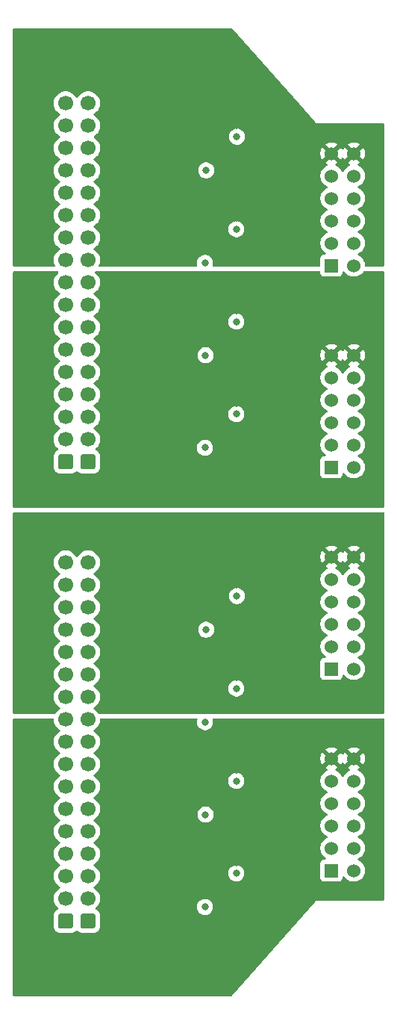
<source format=gbr>
%TF.GenerationSoftware,KiCad,Pcbnew,9.0.0-9.0.0-2~ubuntu24.04.1*%
%TF.CreationDate,2025-03-20T00:33:01-04:00*%
%TF.ProjectId,LVDS-PMOD,4c564453-2d50-44d4-9f44-2e6b69636164,1*%
%TF.SameCoordinates,Original*%
%TF.FileFunction,Copper,L3,Inr*%
%TF.FilePolarity,Positive*%
%FSLAX46Y46*%
G04 Gerber Fmt 4.6, Leading zero omitted, Abs format (unit mm)*
G04 Created by KiCad (PCBNEW 9.0.0-9.0.0-2~ubuntu24.04.1) date 2025-03-20 00:33:01*
%MOMM*%
%LPD*%
G01*
G04 APERTURE LIST*
%TA.AperFunction,ComponentPad*%
%ADD10C,1.700000*%
%TD*%
%TA.AperFunction,ComponentPad*%
%ADD11C,1.524000*%
%TD*%
%TA.AperFunction,ComponentPad*%
%ADD12R,1.524000X1.524000*%
%TD*%
%TA.AperFunction,ViaPad*%
%ADD13C,0.812800*%
%TD*%
G04 APERTURE END LIST*
D10*
%TO.N,/LVDS Port CD/IN1-*%
%TO.C,J2*%
X40609500Y-92709000D03*
%TO.N,/LVDS Port CD/IN2-*%
X40609500Y-95249000D03*
%TO.N,/LVDS Port CD/IN3-*%
X40609500Y-97789000D03*
%TO.N,/LVDS Port CD/IN4-*%
X40609500Y-100329000D03*
%TO.N,/LVDS Port CD/IN5-*%
X40609500Y-102869000D03*
%TO.N,/LVDS Port CD/IN6-*%
X40609500Y-105409000D03*
%TO.N,/LVDS Port CD/IN7-*%
X40609500Y-107949000D03*
%TO.N,/LVDS Port CD/IN8-*%
X40609500Y-110489000D03*
%TO.N,/LVDS Port CD/IN9-*%
X40609500Y-113029000D03*
%TO.N,/LVDS Port CD/IN10-*%
X40609500Y-115569000D03*
%TO.N,/LVDS Port CD/IN11-*%
X40609500Y-118109000D03*
%TO.N,/LVDS Port CD/IN12-*%
X40609500Y-120649000D03*
%TO.N,/LVDS Port CD/IN13-*%
X40609500Y-123189000D03*
%TO.N,/LVDS Port CD/IN14-*%
X40609500Y-125729000D03*
%TO.N,/LVDS Port CD/IN15-*%
X40609500Y-128269000D03*
%TO.N,/LVDS Port CD/IN16-*%
X40609500Y-130809000D03*
%TO.N,/LVDS Port CD/CONNGND*%
%TA.AperFunction,ComponentPad*%
G36*
G01*
X39759500Y-133949000D02*
X39759500Y-132749000D01*
G75*
G02*
X40009500Y-132499000I250000J0D01*
G01*
X41209500Y-132499000D01*
G75*
G02*
X41459500Y-132749000I0J-250000D01*
G01*
X41459500Y-133949000D01*
G75*
G02*
X41209500Y-134199000I-250000J0D01*
G01*
X40009500Y-134199000D01*
G75*
G02*
X39759500Y-133949000I0J250000D01*
G01*
G37*
%TD.AperFunction*%
%TA.AperFunction,ComponentPad*%
G36*
G01*
X37219500Y-133949000D02*
X37219500Y-132749000D01*
G75*
G02*
X37469500Y-132499000I250000J0D01*
G01*
X38669500Y-132499000D01*
G75*
G02*
X38919500Y-132749000I0J-250000D01*
G01*
X38919500Y-133949000D01*
G75*
G02*
X38669500Y-134199000I-250000J0D01*
G01*
X37469500Y-134199000D01*
G75*
G02*
X37219500Y-133949000I0J250000D01*
G01*
G37*
%TD.AperFunction*%
%TO.N,/LVDS Port CD/IN16+*%
X38069500Y-130809000D03*
%TO.N,/LVDS Port CD/IN15+*%
X38069500Y-128269000D03*
%TO.N,/LVDS Port CD/IN14+*%
X38069500Y-125729000D03*
%TO.N,/LVDS Port CD/IN13+*%
X38069500Y-123189000D03*
%TO.N,/LVDS Port CD/IN12+*%
X38069500Y-120649000D03*
%TO.N,/LVDS Port CD/IN11+*%
X38069500Y-118109000D03*
%TO.N,/LVDS Port CD/IN10+*%
X38069500Y-115569000D03*
%TO.N,/LVDS Port CD/IN9+*%
X38069500Y-113029000D03*
%TO.N,/LVDS Port CD/IN8+*%
X38069500Y-110489000D03*
%TO.N,/LVDS Port CD/IN7+*%
X38069500Y-107949000D03*
%TO.N,/LVDS Port CD/IN6+*%
X38069500Y-105409000D03*
%TO.N,/LVDS Port CD/IN5+*%
X38069500Y-102869000D03*
%TO.N,/LVDS Port CD/IN4+*%
X38069500Y-100329000D03*
%TO.N,/LVDS Port CD/IN3+*%
X38069500Y-97789000D03*
%TO.N,/LVDS Port CD/IN2+*%
X38069500Y-95249000D03*
%TO.N,/LVDS Port CD/IN1+*%
X38069500Y-92709000D03*
%TD*%
%TO.N,/LVDS Port AB/IN1+*%
%TO.C,J1*%
X38069500Y-40650000D03*
%TO.N,/LVDS Port AB/IN2+*%
X38069500Y-43190000D03*
%TO.N,/LVDS Port AB/IN3+*%
X38069500Y-45730000D03*
%TO.N,/LVDS Port AB/IN4+*%
X38069500Y-48270000D03*
%TO.N,/LVDS Port AB/IN5+*%
X38069500Y-50810000D03*
%TO.N,/LVDS Port AB/IN6+*%
X38069500Y-53350000D03*
%TO.N,/LVDS Port AB/IN7+*%
X38069500Y-55890000D03*
%TO.N,/LVDS Port AB/IN8+*%
X38069500Y-58430000D03*
%TO.N,/LVDS Port AB/IN9+*%
X38069500Y-60970000D03*
%TO.N,/LVDS Port AB/IN10+*%
X38069500Y-63510000D03*
%TO.N,/LVDS Port AB/IN11+*%
X38069500Y-66050000D03*
%TO.N,/LVDS Port AB/IN12+*%
X38069500Y-68590000D03*
%TO.N,/LVDS Port AB/IN13+*%
X38069500Y-71130000D03*
%TO.N,/LVDS Port AB/IN14+*%
X38069500Y-73670000D03*
%TO.N,/LVDS Port AB/IN15+*%
X38069500Y-76210000D03*
%TO.N,/LVDS Port AB/IN16+*%
X38069500Y-78750000D03*
%TO.N,/LVDS Port AB/CONNGND*%
%TA.AperFunction,ComponentPad*%
G36*
G01*
X37219500Y-81890000D02*
X37219500Y-80690000D01*
G75*
G02*
X37469500Y-80440000I250000J0D01*
G01*
X38669500Y-80440000D01*
G75*
G02*
X38919500Y-80690000I0J-250000D01*
G01*
X38919500Y-81890000D01*
G75*
G02*
X38669500Y-82140000I-250000J0D01*
G01*
X37469500Y-82140000D01*
G75*
G02*
X37219500Y-81890000I0J250000D01*
G01*
G37*
%TD.AperFunction*%
%TA.AperFunction,ComponentPad*%
G36*
G01*
X39759500Y-81890000D02*
X39759500Y-80690000D01*
G75*
G02*
X40009500Y-80440000I250000J0D01*
G01*
X41209500Y-80440000D01*
G75*
G02*
X41459500Y-80690000I0J-250000D01*
G01*
X41459500Y-81890000D01*
G75*
G02*
X41209500Y-82140000I-250000J0D01*
G01*
X40009500Y-82140000D01*
G75*
G02*
X39759500Y-81890000I0J250000D01*
G01*
G37*
%TD.AperFunction*%
%TO.N,/LVDS Port AB/IN16-*%
X40609500Y-78750000D03*
%TO.N,/LVDS Port AB/IN15-*%
X40609500Y-76210000D03*
%TO.N,/LVDS Port AB/IN14-*%
X40609500Y-73670000D03*
%TO.N,/LVDS Port AB/IN13-*%
X40609500Y-71130000D03*
%TO.N,/LVDS Port AB/IN12-*%
X40609500Y-68590000D03*
%TO.N,/LVDS Port AB/IN11-*%
X40609500Y-66050000D03*
%TO.N,/LVDS Port AB/IN10-*%
X40609500Y-63510000D03*
%TO.N,/LVDS Port AB/IN9-*%
X40609500Y-60970000D03*
%TO.N,/LVDS Port AB/IN8-*%
X40609500Y-58430000D03*
%TO.N,/LVDS Port AB/IN7-*%
X40609500Y-55890000D03*
%TO.N,/LVDS Port AB/IN6-*%
X40609500Y-53350000D03*
%TO.N,/LVDS Port AB/IN5-*%
X40609500Y-50810000D03*
%TO.N,/LVDS Port AB/IN4-*%
X40609500Y-48270000D03*
%TO.N,/LVDS Port AB/IN3-*%
X40609500Y-45730000D03*
%TO.N,/LVDS Port AB/IN2-*%
X40609500Y-43190000D03*
%TO.N,/LVDS Port AB/IN1-*%
X40609500Y-40650000D03*
%TD*%
D11*
%TO.N,+3V3A*%
%TO.C,PMOD1*%
X70772000Y-46355000D03*
%TO.N,GND*%
X70772000Y-48895000D03*
%TO.N,/LVDS Port AB/IN2*%
X70772000Y-51435000D03*
%TO.N,/LVDS Port AB/IN4*%
X70772000Y-53975000D03*
%TO.N,/LVDS Port AB/IN6*%
X70772000Y-56515000D03*
%TO.N,/LVDS Port AB/IN8*%
X70772000Y-59055000D03*
%TO.N,+3V3A*%
X68232000Y-46355000D03*
%TO.N,GND*%
X68232000Y-48895000D03*
%TO.N,/LVDS Port AB/IN1*%
X68232000Y-51435000D03*
%TO.N,/LVDS Port AB/IN3*%
X68232000Y-53975000D03*
%TO.N,/LVDS Port AB/IN5*%
X68232000Y-56515000D03*
D12*
%TO.N,/LVDS Port AB/IN7*%
X68232000Y-59055000D03*
%TD*%
D11*
%TO.N,+3V3B*%
%TO.C,PMOD2*%
X70772000Y-69215000D03*
%TO.N,GND*%
X70772000Y-71755000D03*
%TO.N,/LVDS Port AB/IN10*%
X70772000Y-74295000D03*
%TO.N,/LVDS Port AB/IN12*%
X70772000Y-76835000D03*
%TO.N,/LVDS Port AB/IN14*%
X70772000Y-79375000D03*
%TO.N,/LVDS Port AB/IN16*%
X70772000Y-81915000D03*
%TO.N,+3V3B*%
X68232000Y-69215000D03*
%TO.N,GND*%
X68232000Y-71755000D03*
%TO.N,/LVDS Port AB/IN9*%
X68232000Y-74295000D03*
%TO.N,/LVDS Port AB/IN11*%
X68232000Y-76835000D03*
%TO.N,/LVDS Port AB/IN13*%
X68232000Y-79375000D03*
D12*
%TO.N,/LVDS Port AB/IN15*%
X68232000Y-81915000D03*
%TD*%
%TO.N,/LVDS Port CD/IN7*%
%TO.C,PMOD3*%
X68232000Y-104775000D03*
D11*
%TO.N,/LVDS Port CD/IN5*%
X68232000Y-102235000D03*
%TO.N,/LVDS Port CD/IN3*%
X68232000Y-99695000D03*
%TO.N,/LVDS Port CD/IN1*%
X68232000Y-97155000D03*
%TO.N,GND*%
X68232000Y-94615000D03*
%TO.N,+3V3C*%
X68232000Y-92075000D03*
%TO.N,/LVDS Port CD/IN8*%
X70772000Y-104775000D03*
%TO.N,/LVDS Port CD/IN6*%
X70772000Y-102235000D03*
%TO.N,/LVDS Port CD/IN4*%
X70772000Y-99695000D03*
%TO.N,/LVDS Port CD/IN2*%
X70772000Y-97155000D03*
%TO.N,GND*%
X70772000Y-94615000D03*
%TO.N,+3V3C*%
X70772000Y-92075000D03*
%TD*%
D12*
%TO.N,/LVDS Port CD/IN15*%
%TO.C,PMOD4*%
X68232000Y-127635000D03*
D11*
%TO.N,/LVDS Port CD/IN13*%
X68232000Y-125095000D03*
%TO.N,/LVDS Port CD/IN11*%
X68232000Y-122555000D03*
%TO.N,/LVDS Port CD/IN9*%
X68232000Y-120015000D03*
%TO.N,GND*%
X68232000Y-117475000D03*
%TO.N,+3V3D*%
X68232000Y-114935000D03*
%TO.N,/LVDS Port CD/IN16*%
X70772000Y-127635000D03*
%TO.N,/LVDS Port CD/IN14*%
X70772000Y-125095000D03*
%TO.N,/LVDS Port CD/IN12*%
X70772000Y-122555000D03*
%TO.N,/LVDS Port CD/IN10*%
X70772000Y-120015000D03*
%TO.N,GND*%
X70772000Y-117475000D03*
%TO.N,+3V3D*%
X70772000Y-114935000D03*
%TD*%
D13*
%TO.N,+3V3C*%
X54009500Y-91439000D03*
%TO.N,GND*%
X57437000Y-106996500D03*
X53944500Y-121284000D03*
X53879500Y-110806500D03*
%TO.N,+3V3D*%
X53944500Y-112394000D03*
%TO.N,GND*%
X57437000Y-127951500D03*
X54009500Y-100329000D03*
%TO.N,+3V3C*%
X57502000Y-95249000D03*
%TO.N,+3V3D*%
X57437000Y-126749000D03*
%TO.N,GND*%
X53879500Y-131761500D03*
X57437000Y-117474000D03*
X57502000Y-96519000D03*
%TO.N,+3V3C*%
X57437000Y-105726500D03*
%TO.N,+3V3D*%
X57437000Y-116204000D03*
%TO.N,+3V3C*%
X53879500Y-101916500D03*
%TO.N,+3V3D*%
X53879500Y-122871500D03*
%TO.N,+3V3B*%
X53879500Y-70812500D03*
%TO.N,+3V3A*%
X53879500Y-49857500D03*
%TO.N,+3V3B*%
X57437000Y-64145000D03*
%TO.N,+3V3A*%
X57437000Y-53667500D03*
%TO.N,GND*%
X57502000Y-44460000D03*
X57437000Y-65415000D03*
X53879500Y-79702500D03*
%TO.N,+3V3B*%
X57437000Y-74690000D03*
%TO.N,+3V3A*%
X57502000Y-43190000D03*
%TO.N,GND*%
X54009500Y-48270000D03*
X57437000Y-75892500D03*
%TO.N,+3V3B*%
X53944500Y-60335000D03*
%TO.N,GND*%
X53879500Y-58747500D03*
X53944500Y-69225000D03*
X57437000Y-54937500D03*
%TO.N,+3V3A*%
X54009500Y-39380000D03*
%TD*%
%TA.AperFunction,Conductor*%
%TO.N,+3V3A*%
G36*
X56958423Y-32151185D02*
G01*
X56984362Y-32173457D01*
X64557447Y-40756287D01*
X66324983Y-42759494D01*
X66338592Y-42778424D01*
X66339220Y-42779242D01*
X66339222Y-42779244D01*
X66339224Y-42779247D01*
X66366324Y-42806347D01*
X66391667Y-42835069D01*
X66401717Y-42841740D01*
X66410253Y-42850276D01*
X66443438Y-42869435D01*
X66475358Y-42890624D01*
X66486797Y-42894468D01*
X66497246Y-42900501D01*
X66530526Y-42909418D01*
X66537908Y-42911646D01*
X66570576Y-42922625D01*
X66572613Y-42922752D01*
X66582627Y-42923378D01*
X66594275Y-42926500D01*
X66632565Y-42926500D01*
X66636404Y-42926740D01*
X66636430Y-42926741D01*
X66638506Y-42926870D01*
X66670830Y-42928891D01*
X66670838Y-42928889D01*
X66671901Y-42928816D01*
X66695065Y-42926500D01*
X74076500Y-42926500D01*
X74143539Y-42946185D01*
X74189294Y-42998989D01*
X74200500Y-43050500D01*
X74200500Y-59060500D01*
X74180815Y-59127539D01*
X74128011Y-59173294D01*
X74076500Y-59184500D01*
X72158500Y-59184500D01*
X72091461Y-59164815D01*
X72045706Y-59112011D01*
X72034500Y-59060500D01*
X72034500Y-58955639D01*
X72015681Y-58836822D01*
X72003413Y-58759364D01*
X71942005Y-58570368D01*
X71942005Y-58570367D01*
X71896035Y-58480149D01*
X71851787Y-58393306D01*
X71734981Y-58232536D01*
X71594464Y-58092019D01*
X71433694Y-57975213D01*
X71277218Y-57895484D01*
X71226423Y-57847510D01*
X71209628Y-57779689D01*
X71232165Y-57713554D01*
X71277218Y-57674515D01*
X71433694Y-57594787D01*
X71594464Y-57477981D01*
X71734981Y-57337464D01*
X71851787Y-57176694D01*
X71942005Y-56999632D01*
X72003413Y-56810636D01*
X72034500Y-56614361D01*
X72034500Y-56415639D01*
X72003413Y-56219364D01*
X71942005Y-56030368D01*
X71942005Y-56030367D01*
X71851786Y-55853305D01*
X71845316Y-55844400D01*
X71734981Y-55692536D01*
X71594464Y-55552019D01*
X71433694Y-55435213D01*
X71277218Y-55355484D01*
X71226423Y-55307510D01*
X71209628Y-55239689D01*
X71232165Y-55173554D01*
X71277218Y-55134515D01*
X71433694Y-55054787D01*
X71594464Y-54937981D01*
X71734981Y-54797464D01*
X71851787Y-54636694D01*
X71942005Y-54459632D01*
X72003413Y-54270636D01*
X72034500Y-54074361D01*
X72034500Y-53875639D01*
X72003413Y-53679364D01*
X71942005Y-53490368D01*
X71942005Y-53490367D01*
X71851786Y-53313305D01*
X71734981Y-53152536D01*
X71594464Y-53012019D01*
X71433694Y-52895213D01*
X71277218Y-52815484D01*
X71226423Y-52767510D01*
X71209628Y-52699689D01*
X71232165Y-52633554D01*
X71277218Y-52594515D01*
X71433694Y-52514787D01*
X71594464Y-52397981D01*
X71734981Y-52257464D01*
X71851787Y-52096694D01*
X71942005Y-51919632D01*
X72003413Y-51730636D01*
X72034500Y-51534361D01*
X72034500Y-51335639D01*
X72003413Y-51139364D01*
X71942005Y-50950368D01*
X71942005Y-50950367D01*
X71851786Y-50773305D01*
X71734981Y-50612536D01*
X71594464Y-50472019D01*
X71433694Y-50355213D01*
X71277218Y-50275484D01*
X71226423Y-50227510D01*
X71209628Y-50159689D01*
X71232165Y-50093554D01*
X71277218Y-50054515D01*
X71433694Y-49974787D01*
X71594464Y-49857981D01*
X71734981Y-49717464D01*
X71851787Y-49556694D01*
X71942005Y-49379632D01*
X72003413Y-49190636D01*
X72034500Y-48994361D01*
X72034500Y-48795639D01*
X72003413Y-48599364D01*
X71942005Y-48410368D01*
X71942005Y-48410367D01*
X71851786Y-48233305D01*
X71734981Y-48072536D01*
X71594464Y-47932019D01*
X71433694Y-47815213D01*
X71276667Y-47735203D01*
X71225872Y-47687229D01*
X71209077Y-47619408D01*
X71231614Y-47553273D01*
X71276669Y-47514234D01*
X71433422Y-47434364D01*
X71470716Y-47407268D01*
X70907942Y-46844494D01*
X70968081Y-46828381D01*
X71083920Y-46761502D01*
X71178502Y-46666920D01*
X71245381Y-46551081D01*
X71261495Y-46490942D01*
X71824268Y-47053715D01*
X71851362Y-47016425D01*
X71941542Y-46839437D01*
X72002924Y-46650523D01*
X72002924Y-46650520D01*
X72034000Y-46454321D01*
X72034000Y-46255678D01*
X72002924Y-46059479D01*
X72002924Y-46059476D01*
X71941542Y-45870562D01*
X71851358Y-45693567D01*
X71824268Y-45656283D01*
X71261494Y-46219057D01*
X71245381Y-46158919D01*
X71178502Y-46043080D01*
X71083920Y-45948498D01*
X70968081Y-45881619D01*
X70907942Y-45865504D01*
X71470716Y-45302731D01*
X71470715Y-45302730D01*
X71433432Y-45275641D01*
X71256437Y-45185457D01*
X71067522Y-45124075D01*
X70871321Y-45093000D01*
X70672679Y-45093000D01*
X70476479Y-45124075D01*
X70476476Y-45124075D01*
X70287562Y-45185457D01*
X70110564Y-45275643D01*
X70073283Y-45302729D01*
X70073282Y-45302730D01*
X70636058Y-45865504D01*
X70575919Y-45881619D01*
X70460080Y-45948498D01*
X70365498Y-46043080D01*
X70298619Y-46158919D01*
X70282504Y-46219057D01*
X69719730Y-45656282D01*
X69719729Y-45656283D01*
X69692643Y-45693564D01*
X69612485Y-45850882D01*
X69564510Y-45901678D01*
X69496689Y-45918473D01*
X69430554Y-45895935D01*
X69391515Y-45850882D01*
X69311358Y-45693567D01*
X69284268Y-45656283D01*
X68721494Y-46219057D01*
X68705381Y-46158919D01*
X68638502Y-46043080D01*
X68543920Y-45948498D01*
X68428081Y-45881619D01*
X68367942Y-45865504D01*
X68930716Y-45302731D01*
X68930715Y-45302730D01*
X68893432Y-45275641D01*
X68716437Y-45185457D01*
X68527522Y-45124075D01*
X68331321Y-45093000D01*
X68132679Y-45093000D01*
X67936479Y-45124075D01*
X67936476Y-45124075D01*
X67747562Y-45185457D01*
X67570564Y-45275643D01*
X67533283Y-45302729D01*
X67533282Y-45302730D01*
X68096058Y-45865504D01*
X68035919Y-45881619D01*
X67920080Y-45948498D01*
X67825498Y-46043080D01*
X67758619Y-46158919D01*
X67742504Y-46219057D01*
X67179730Y-45656282D01*
X67179729Y-45656283D01*
X67152643Y-45693564D01*
X67062457Y-45870562D01*
X67001075Y-46059476D01*
X67001075Y-46059479D01*
X66970000Y-46255678D01*
X66970000Y-46454321D01*
X67001075Y-46650520D01*
X67001075Y-46650523D01*
X67062457Y-46839437D01*
X67152641Y-47016432D01*
X67179730Y-47053715D01*
X67179731Y-47053716D01*
X67742504Y-46490942D01*
X67758619Y-46551081D01*
X67825498Y-46666920D01*
X67920080Y-46761502D01*
X68035919Y-46828381D01*
X68096057Y-46844494D01*
X67533283Y-47407268D01*
X67533283Y-47407269D01*
X67570567Y-47434358D01*
X67727331Y-47514234D01*
X67778127Y-47562209D01*
X67794922Y-47630030D01*
X67772384Y-47696165D01*
X67727331Y-47735204D01*
X67570305Y-47815213D01*
X67409533Y-47932021D01*
X67269021Y-48072533D01*
X67152213Y-48233305D01*
X67061994Y-48410367D01*
X67061993Y-48410370D01*
X67000587Y-48599362D01*
X66969500Y-48795639D01*
X66969500Y-48994360D01*
X67000587Y-49190637D01*
X67061993Y-49379629D01*
X67061994Y-49379632D01*
X67152213Y-49556694D01*
X67269019Y-49717464D01*
X67409536Y-49857981D01*
X67570306Y-49974787D01*
X67688832Y-50035179D01*
X67726780Y-50054515D01*
X67777576Y-50102490D01*
X67794371Y-50170311D01*
X67771833Y-50236446D01*
X67726780Y-50275485D01*
X67570305Y-50355213D01*
X67409533Y-50472021D01*
X67269021Y-50612533D01*
X67152213Y-50773305D01*
X67061994Y-50950367D01*
X67061993Y-50950370D01*
X67000587Y-51139362D01*
X66969500Y-51335639D01*
X66969500Y-51534360D01*
X67000587Y-51730637D01*
X67061993Y-51919629D01*
X67061994Y-51919632D01*
X67152213Y-52096694D01*
X67269019Y-52257464D01*
X67409536Y-52397981D01*
X67570306Y-52514787D01*
X67688832Y-52575179D01*
X67726780Y-52594515D01*
X67777576Y-52642490D01*
X67794371Y-52710311D01*
X67771833Y-52776446D01*
X67726780Y-52815485D01*
X67570305Y-52895213D01*
X67409533Y-53012021D01*
X67269021Y-53152533D01*
X67152213Y-53313305D01*
X67061994Y-53490367D01*
X67061993Y-53490370D01*
X67000587Y-53679362D01*
X67000587Y-53679364D01*
X66969500Y-53875639D01*
X66969500Y-54074361D01*
X66978917Y-54133816D01*
X67000587Y-54270637D01*
X67061993Y-54459629D01*
X67061994Y-54459632D01*
X67152213Y-54636694D01*
X67269019Y-54797464D01*
X67409536Y-54937981D01*
X67570306Y-55054787D01*
X67688832Y-55115179D01*
X67726780Y-55134515D01*
X67777576Y-55182490D01*
X67794371Y-55250311D01*
X67771833Y-55316446D01*
X67726780Y-55355485D01*
X67570305Y-55435213D01*
X67409533Y-55552021D01*
X67269021Y-55692533D01*
X67152213Y-55853305D01*
X67061994Y-56030367D01*
X67061993Y-56030370D01*
X67000587Y-56219362D01*
X66969500Y-56415639D01*
X66969500Y-56614360D01*
X67000587Y-56810637D01*
X67061993Y-56999629D01*
X67061994Y-56999632D01*
X67152213Y-57176694D01*
X67269019Y-57337464D01*
X67409536Y-57477981D01*
X67409539Y-57477983D01*
X67533687Y-57568182D01*
X67576353Y-57623512D01*
X67582332Y-57693125D01*
X67549726Y-57754920D01*
X67488888Y-57789277D01*
X67460805Y-57792500D01*
X67422131Y-57792500D01*
X67422123Y-57792501D01*
X67362516Y-57798908D01*
X67227671Y-57849202D01*
X67227664Y-57849206D01*
X67112455Y-57935452D01*
X67112452Y-57935455D01*
X67026206Y-58050664D01*
X67026202Y-58050671D01*
X66975908Y-58185517D01*
X66969501Y-58245116D01*
X66969501Y-58245123D01*
X66969500Y-58245135D01*
X66969500Y-59060500D01*
X66949815Y-59127539D01*
X66897011Y-59173294D01*
X66845500Y-59184500D01*
X54865689Y-59184500D01*
X54798650Y-59164815D01*
X54752895Y-59112011D01*
X54742951Y-59042853D01*
X54749805Y-59017867D01*
X54749780Y-59017860D01*
X54750066Y-59016914D01*
X54751127Y-59013050D01*
X54751546Y-59012037D01*
X54751548Y-59012033D01*
X54786400Y-58836822D01*
X54786400Y-58658178D01*
X54786400Y-58658175D01*
X54751549Y-58482972D01*
X54751548Y-58482971D01*
X54751548Y-58482967D01*
X54683184Y-58317922D01*
X54683183Y-58317921D01*
X54683180Y-58317915D01*
X54583935Y-58169385D01*
X54583932Y-58169381D01*
X54457618Y-58043067D01*
X54457614Y-58043064D01*
X54309084Y-57943819D01*
X54309075Y-57943814D01*
X54144033Y-57875452D01*
X54144027Y-57875450D01*
X53968824Y-57840600D01*
X53968822Y-57840600D01*
X53790178Y-57840600D01*
X53790176Y-57840600D01*
X53614972Y-57875450D01*
X53614966Y-57875452D01*
X53449924Y-57943814D01*
X53449915Y-57943819D01*
X53301385Y-58043064D01*
X53301381Y-58043067D01*
X53175067Y-58169381D01*
X53175064Y-58169385D01*
X53075819Y-58317915D01*
X53075814Y-58317924D01*
X53007452Y-58482966D01*
X53007450Y-58482972D01*
X52972600Y-58658175D01*
X52972600Y-58658178D01*
X52972600Y-58836822D01*
X52972600Y-58836824D01*
X52972599Y-58836824D01*
X53007450Y-59012027D01*
X53007453Y-59012037D01*
X53007873Y-59013050D01*
X53007934Y-59013622D01*
X53009220Y-59017860D01*
X53008416Y-59018103D01*
X53015340Y-59082520D01*
X52984064Y-59144998D01*
X52923974Y-59180649D01*
X52893311Y-59184500D01*
X41943114Y-59184500D01*
X41876075Y-59164815D01*
X41830320Y-59112011D01*
X41820376Y-59042853D01*
X41832629Y-59004205D01*
X41861057Y-58948412D01*
X41926746Y-58746243D01*
X41960000Y-58536287D01*
X41960000Y-58323713D01*
X41926746Y-58113757D01*
X41861057Y-57911588D01*
X41764551Y-57722184D01*
X41764549Y-57722181D01*
X41764548Y-57722179D01*
X41639609Y-57550213D01*
X41489286Y-57399890D01*
X41317320Y-57274951D01*
X41316615Y-57274591D01*
X41308554Y-57270485D01*
X41257759Y-57222512D01*
X41240963Y-57154692D01*
X41263499Y-57088556D01*
X41308554Y-57049515D01*
X41317316Y-57045051D01*
X41351495Y-57020219D01*
X41489286Y-56920109D01*
X41489288Y-56920106D01*
X41489292Y-56920104D01*
X41639604Y-56769792D01*
X41639606Y-56769788D01*
X41639609Y-56769786D01*
X41764548Y-56597820D01*
X41764547Y-56597820D01*
X41764551Y-56597816D01*
X41861057Y-56408412D01*
X41926746Y-56206243D01*
X41960000Y-55996287D01*
X41960000Y-55783713D01*
X41926746Y-55573757D01*
X41861057Y-55371588D01*
X41764551Y-55182184D01*
X41764549Y-55182181D01*
X41764548Y-55182179D01*
X41651677Y-55026824D01*
X56530099Y-55026824D01*
X56564950Y-55202027D01*
X56564952Y-55202033D01*
X56633314Y-55367075D01*
X56633319Y-55367084D01*
X56732564Y-55515614D01*
X56732567Y-55515618D01*
X56858881Y-55641932D01*
X56858885Y-55641935D01*
X57007415Y-55741180D01*
X57007421Y-55741183D01*
X57007422Y-55741184D01*
X57172467Y-55809548D01*
X57172471Y-55809548D01*
X57172472Y-55809549D01*
X57347675Y-55844400D01*
X57347678Y-55844400D01*
X57526324Y-55844400D01*
X57644198Y-55820952D01*
X57701533Y-55809548D01*
X57866578Y-55741184D01*
X58015115Y-55641935D01*
X58141435Y-55515615D01*
X58240684Y-55367078D01*
X58309048Y-55202033D01*
X58322478Y-55134515D01*
X58343900Y-55026824D01*
X58343900Y-54848175D01*
X58309049Y-54672972D01*
X58309048Y-54672971D01*
X58309048Y-54672967D01*
X58241344Y-54509516D01*
X58240685Y-54507924D01*
X58240680Y-54507915D01*
X58141435Y-54359385D01*
X58141432Y-54359381D01*
X58015118Y-54233067D01*
X58015114Y-54233064D01*
X57866584Y-54133819D01*
X57866575Y-54133814D01*
X57701533Y-54065452D01*
X57701527Y-54065450D01*
X57526324Y-54030600D01*
X57526322Y-54030600D01*
X57347678Y-54030600D01*
X57347676Y-54030600D01*
X57172472Y-54065450D01*
X57172466Y-54065452D01*
X57007424Y-54133814D01*
X57007415Y-54133819D01*
X56858885Y-54233064D01*
X56858881Y-54233067D01*
X56732567Y-54359381D01*
X56732564Y-54359385D01*
X56633319Y-54507915D01*
X56633314Y-54507924D01*
X56564952Y-54672966D01*
X56564950Y-54672972D01*
X56530100Y-54848175D01*
X56530100Y-54848178D01*
X56530100Y-55026822D01*
X56530100Y-55026824D01*
X56530099Y-55026824D01*
X41651677Y-55026824D01*
X41639609Y-55010213D01*
X41489286Y-54859890D01*
X41317320Y-54734951D01*
X41316615Y-54734591D01*
X41308554Y-54730485D01*
X41257759Y-54682512D01*
X41240963Y-54614692D01*
X41263499Y-54548556D01*
X41308554Y-54509515D01*
X41317316Y-54505051D01*
X41364094Y-54471065D01*
X41489286Y-54380109D01*
X41489288Y-54380106D01*
X41489292Y-54380104D01*
X41639604Y-54229792D01*
X41639606Y-54229788D01*
X41639609Y-54229786D01*
X41764548Y-54057820D01*
X41764547Y-54057820D01*
X41764551Y-54057816D01*
X41861057Y-53868412D01*
X41926746Y-53666243D01*
X41960000Y-53456287D01*
X41960000Y-53243713D01*
X41926746Y-53033757D01*
X41861057Y-52831588D01*
X41764551Y-52642184D01*
X41764549Y-52642181D01*
X41764548Y-52642179D01*
X41639609Y-52470213D01*
X41489286Y-52319890D01*
X41317320Y-52194951D01*
X41316615Y-52194591D01*
X41308554Y-52190485D01*
X41257759Y-52142512D01*
X41240963Y-52074692D01*
X41263499Y-52008556D01*
X41308554Y-51969515D01*
X41317316Y-51965051D01*
X41364094Y-51931065D01*
X41489286Y-51840109D01*
X41489288Y-51840106D01*
X41489292Y-51840104D01*
X41639604Y-51689792D01*
X41639606Y-51689788D01*
X41639609Y-51689786D01*
X41764548Y-51517820D01*
X41764547Y-51517820D01*
X41764551Y-51517816D01*
X41861057Y-51328412D01*
X41926746Y-51126243D01*
X41960000Y-50916287D01*
X41960000Y-50703713D01*
X41926746Y-50493757D01*
X41861057Y-50291588D01*
X41764551Y-50102184D01*
X41764549Y-50102181D01*
X41764548Y-50102179D01*
X41639609Y-49930213D01*
X41489286Y-49779890D01*
X41317320Y-49654951D01*
X41316615Y-49654591D01*
X41308554Y-49650485D01*
X41257759Y-49602512D01*
X41240963Y-49534692D01*
X41263499Y-49468556D01*
X41308554Y-49429515D01*
X41317316Y-49425051D01*
X41364094Y-49391065D01*
X41489286Y-49300109D01*
X41489288Y-49300106D01*
X41489292Y-49300104D01*
X41639604Y-49149792D01*
X41639606Y-49149788D01*
X41639609Y-49149786D01*
X41764548Y-48977820D01*
X41764547Y-48977820D01*
X41764551Y-48977816D01*
X41861057Y-48788412D01*
X41926746Y-48586243D01*
X41960000Y-48376287D01*
X41960000Y-48359324D01*
X53102599Y-48359324D01*
X53137450Y-48534527D01*
X53137452Y-48534533D01*
X53205814Y-48699575D01*
X53205819Y-48699584D01*
X53305064Y-48848114D01*
X53305067Y-48848118D01*
X53431381Y-48974432D01*
X53431385Y-48974435D01*
X53579915Y-49073680D01*
X53579921Y-49073683D01*
X53579922Y-49073684D01*
X53744967Y-49142048D01*
X53744971Y-49142048D01*
X53744972Y-49142049D01*
X53920175Y-49176900D01*
X53920178Y-49176900D01*
X54098824Y-49176900D01*
X54216698Y-49153452D01*
X54274033Y-49142048D01*
X54439078Y-49073684D01*
X54587615Y-48974435D01*
X54713935Y-48848115D01*
X54813184Y-48699578D01*
X54881548Y-48534533D01*
X54896897Y-48457371D01*
X54916400Y-48359324D01*
X54916400Y-48180675D01*
X54881549Y-48005472D01*
X54881548Y-48005471D01*
X54881548Y-48005467D01*
X54813184Y-47840422D01*
X54813183Y-47840421D01*
X54813180Y-47840415D01*
X54713935Y-47691885D01*
X54713932Y-47691881D01*
X54587618Y-47565567D01*
X54587614Y-47565564D01*
X54439084Y-47466319D01*
X54439075Y-47466314D01*
X54274033Y-47397952D01*
X54274027Y-47397950D01*
X54098824Y-47363100D01*
X54098822Y-47363100D01*
X53920178Y-47363100D01*
X53920176Y-47363100D01*
X53744972Y-47397950D01*
X53744966Y-47397952D01*
X53579924Y-47466314D01*
X53579915Y-47466319D01*
X53431385Y-47565564D01*
X53431381Y-47565567D01*
X53305067Y-47691881D01*
X53305064Y-47691885D01*
X53205819Y-47840415D01*
X53205814Y-47840424D01*
X53137452Y-48005466D01*
X53137450Y-48005472D01*
X53102600Y-48180675D01*
X53102600Y-48180678D01*
X53102600Y-48359322D01*
X53102600Y-48359324D01*
X53102599Y-48359324D01*
X41960000Y-48359324D01*
X41960000Y-48163713D01*
X41926746Y-47953757D01*
X41861057Y-47751588D01*
X41764551Y-47562184D01*
X41764549Y-47562181D01*
X41764548Y-47562179D01*
X41639609Y-47390213D01*
X41489286Y-47239890D01*
X41317320Y-47114951D01*
X41316615Y-47114591D01*
X41308554Y-47110485D01*
X41257759Y-47062512D01*
X41240963Y-46994692D01*
X41263499Y-46928556D01*
X41308554Y-46889515D01*
X41317316Y-46885051D01*
X41395316Y-46828381D01*
X41489286Y-46760109D01*
X41489288Y-46760106D01*
X41489292Y-46760104D01*
X41639604Y-46609792D01*
X41639606Y-46609788D01*
X41639609Y-46609786D01*
X41764548Y-46437820D01*
X41764547Y-46437820D01*
X41764551Y-46437816D01*
X41861057Y-46248412D01*
X41926746Y-46046243D01*
X41960000Y-45836287D01*
X41960000Y-45623713D01*
X41926746Y-45413757D01*
X41861057Y-45211588D01*
X41764551Y-45022184D01*
X41764549Y-45022181D01*
X41764548Y-45022179D01*
X41639609Y-44850213D01*
X41489286Y-44699890D01*
X41317320Y-44574951D01*
X41316615Y-44574591D01*
X41308554Y-44570485D01*
X41305702Y-44567791D01*
X41301897Y-44566832D01*
X41285498Y-44549324D01*
X56595099Y-44549324D01*
X56629950Y-44724527D01*
X56629952Y-44724533D01*
X56698314Y-44889575D01*
X56698319Y-44889584D01*
X56797564Y-45038114D01*
X56797567Y-45038118D01*
X56923881Y-45164432D01*
X56923885Y-45164435D01*
X57072415Y-45263680D01*
X57072424Y-45263685D01*
X57109812Y-45279171D01*
X57237467Y-45332048D01*
X57237471Y-45332048D01*
X57237472Y-45332049D01*
X57412675Y-45366900D01*
X57412678Y-45366900D01*
X57591324Y-45366900D01*
X57709198Y-45343452D01*
X57766533Y-45332048D01*
X57931578Y-45263684D01*
X57931584Y-45263680D01*
X57956716Y-45246888D01*
X58048653Y-45185457D01*
X58080115Y-45164435D01*
X58206435Y-45038115D01*
X58305684Y-44889578D01*
X58374048Y-44724533D01*
X58403802Y-44574951D01*
X58408900Y-44549324D01*
X58408900Y-44370675D01*
X58374049Y-44195472D01*
X58374048Y-44195471D01*
X58374048Y-44195467D01*
X58305684Y-44030422D01*
X58305683Y-44030421D01*
X58305680Y-44030415D01*
X58206435Y-43881885D01*
X58206432Y-43881881D01*
X58080118Y-43755567D01*
X58080114Y-43755564D01*
X57931584Y-43656319D01*
X57931575Y-43656314D01*
X57766533Y-43587952D01*
X57766527Y-43587950D01*
X57591324Y-43553100D01*
X57591322Y-43553100D01*
X57412678Y-43553100D01*
X57412676Y-43553100D01*
X57237472Y-43587950D01*
X57237466Y-43587952D01*
X57072424Y-43656314D01*
X57072415Y-43656319D01*
X56923885Y-43755564D01*
X56923881Y-43755567D01*
X56797567Y-43881881D01*
X56797564Y-43881885D01*
X56698319Y-44030415D01*
X56698314Y-44030424D01*
X56629952Y-44195466D01*
X56629950Y-44195472D01*
X56595100Y-44370675D01*
X56595100Y-44370678D01*
X56595100Y-44549322D01*
X56595100Y-44549324D01*
X56595099Y-44549324D01*
X41285498Y-44549324D01*
X41280509Y-44543997D01*
X41257759Y-44522512D01*
X41256815Y-44518701D01*
X41254133Y-44515838D01*
X41248484Y-44485063D01*
X41240963Y-44454692D01*
X41242228Y-44450977D01*
X41241520Y-44447117D01*
X41253408Y-44418169D01*
X41263499Y-44388556D01*
X41267002Y-44385066D01*
X41268063Y-44382485D01*
X41276460Y-44375647D01*
X41293822Y-44358357D01*
X41300876Y-44353427D01*
X41317316Y-44345051D01*
X41489292Y-44220104D01*
X41639604Y-44069792D01*
X41639606Y-44069788D01*
X41639609Y-44069786D01*
X41764548Y-43897820D01*
X41764547Y-43897820D01*
X41764551Y-43897816D01*
X41861057Y-43708412D01*
X41926746Y-43506243D01*
X41960000Y-43296287D01*
X41960000Y-43083713D01*
X41926746Y-42873757D01*
X41861057Y-42671588D01*
X41764551Y-42482184D01*
X41764549Y-42482181D01*
X41764548Y-42482179D01*
X41639609Y-42310213D01*
X41489286Y-42159890D01*
X41317320Y-42034951D01*
X41316615Y-42034591D01*
X41308554Y-42030485D01*
X41257759Y-41982512D01*
X41240963Y-41914692D01*
X41263499Y-41848556D01*
X41308554Y-41809515D01*
X41317316Y-41805051D01*
X41339289Y-41789086D01*
X41489286Y-41680109D01*
X41489288Y-41680106D01*
X41489292Y-41680104D01*
X41639604Y-41529792D01*
X41639606Y-41529788D01*
X41639609Y-41529786D01*
X41764548Y-41357820D01*
X41764547Y-41357820D01*
X41764551Y-41357816D01*
X41861057Y-41168412D01*
X41926746Y-40966243D01*
X41960000Y-40756287D01*
X41960000Y-40543713D01*
X41926746Y-40333757D01*
X41861057Y-40131588D01*
X41764551Y-39942184D01*
X41764549Y-39942181D01*
X41764548Y-39942179D01*
X41639609Y-39770213D01*
X41489286Y-39619890D01*
X41317320Y-39494951D01*
X41127914Y-39398444D01*
X41127913Y-39398443D01*
X41127912Y-39398443D01*
X40925743Y-39332754D01*
X40925741Y-39332753D01*
X40925740Y-39332753D01*
X40764457Y-39307208D01*
X40715787Y-39299500D01*
X40503213Y-39299500D01*
X40454542Y-39307208D01*
X40293260Y-39332753D01*
X40091085Y-39398444D01*
X39901679Y-39494951D01*
X39729713Y-39619890D01*
X39579390Y-39770213D01*
X39454449Y-39942182D01*
X39449984Y-39950946D01*
X39402009Y-40001742D01*
X39334188Y-40018536D01*
X39268053Y-39995998D01*
X39229016Y-39950946D01*
X39224550Y-39942182D01*
X39099609Y-39770213D01*
X38949286Y-39619890D01*
X38777320Y-39494951D01*
X38587914Y-39398444D01*
X38587913Y-39398443D01*
X38587912Y-39398443D01*
X38385743Y-39332754D01*
X38385741Y-39332753D01*
X38385740Y-39332753D01*
X38224457Y-39307208D01*
X38175787Y-39299500D01*
X37963213Y-39299500D01*
X37914542Y-39307208D01*
X37753260Y-39332753D01*
X37551085Y-39398444D01*
X37361679Y-39494951D01*
X37189713Y-39619890D01*
X37039390Y-39770213D01*
X36914451Y-39942179D01*
X36817944Y-40131585D01*
X36752253Y-40333760D01*
X36719000Y-40543713D01*
X36719000Y-40756286D01*
X36752253Y-40966239D01*
X36817944Y-41168414D01*
X36914451Y-41357820D01*
X37039390Y-41529786D01*
X37189713Y-41680109D01*
X37361682Y-41805050D01*
X37370446Y-41809516D01*
X37421242Y-41857491D01*
X37438036Y-41925312D01*
X37415498Y-41991447D01*
X37370446Y-42030484D01*
X37361682Y-42034949D01*
X37189713Y-42159890D01*
X37039390Y-42310213D01*
X36914451Y-42482179D01*
X36817944Y-42671585D01*
X36752253Y-42873760D01*
X36740782Y-42946185D01*
X36719000Y-43083713D01*
X36719000Y-43296287D01*
X36752254Y-43506243D01*
X36801015Y-43656314D01*
X36817944Y-43708414D01*
X36914451Y-43897820D01*
X37039390Y-44069786D01*
X37189713Y-44220109D01*
X37361682Y-44345050D01*
X37370446Y-44349516D01*
X37421242Y-44397491D01*
X37438036Y-44465312D01*
X37415498Y-44531447D01*
X37370446Y-44570484D01*
X37361682Y-44574949D01*
X37189713Y-44699890D01*
X37039390Y-44850213D01*
X36914451Y-45022179D01*
X36817944Y-45211585D01*
X36752253Y-45413760D01*
X36719000Y-45623713D01*
X36719000Y-45836286D01*
X36752253Y-46046239D01*
X36817944Y-46248414D01*
X36914451Y-46437820D01*
X37039390Y-46609786D01*
X37189713Y-46760109D01*
X37361682Y-46885050D01*
X37370446Y-46889516D01*
X37421242Y-46937491D01*
X37438036Y-47005312D01*
X37415498Y-47071447D01*
X37370446Y-47110484D01*
X37361682Y-47114949D01*
X37189713Y-47239890D01*
X37039390Y-47390213D01*
X36914451Y-47562179D01*
X36817944Y-47751585D01*
X36752253Y-47953760D01*
X36719000Y-48163713D01*
X36719000Y-48376286D01*
X36731842Y-48457371D01*
X36752254Y-48586243D01*
X36756517Y-48599364D01*
X36817944Y-48788414D01*
X36914451Y-48977820D01*
X37039390Y-49149786D01*
X37189713Y-49300109D01*
X37361682Y-49425050D01*
X37370446Y-49429516D01*
X37421242Y-49477491D01*
X37438036Y-49545312D01*
X37415498Y-49611447D01*
X37370446Y-49650484D01*
X37361682Y-49654949D01*
X37189713Y-49779890D01*
X37039390Y-49930213D01*
X36914451Y-50102179D01*
X36817944Y-50291585D01*
X36752253Y-50493760D01*
X36719000Y-50703713D01*
X36719000Y-50916286D01*
X36731842Y-50997371D01*
X36752254Y-51126243D01*
X36756517Y-51139364D01*
X36817944Y-51328414D01*
X36914451Y-51517820D01*
X37039390Y-51689786D01*
X37189713Y-51840109D01*
X37361682Y-51965050D01*
X37370446Y-51969516D01*
X37421242Y-52017491D01*
X37438036Y-52085312D01*
X37415498Y-52151447D01*
X37370446Y-52190484D01*
X37361682Y-52194949D01*
X37189713Y-52319890D01*
X37039390Y-52470213D01*
X36914451Y-52642179D01*
X36817944Y-52831585D01*
X36752253Y-53033760D01*
X36719000Y-53243713D01*
X36719000Y-53456286D01*
X36731842Y-53537371D01*
X36752254Y-53666243D01*
X36756517Y-53679364D01*
X36817944Y-53868414D01*
X36914451Y-54057820D01*
X37039390Y-54229786D01*
X37189713Y-54380109D01*
X37361682Y-54505050D01*
X37370446Y-54509516D01*
X37421242Y-54557491D01*
X37438036Y-54625312D01*
X37415498Y-54691447D01*
X37370446Y-54730484D01*
X37361682Y-54734949D01*
X37189713Y-54859890D01*
X37039390Y-55010213D01*
X36914451Y-55182179D01*
X36817944Y-55371585D01*
X36752253Y-55573760D01*
X36719000Y-55783713D01*
X36719000Y-55996286D01*
X36731842Y-56077371D01*
X36752254Y-56206243D01*
X36756517Y-56219364D01*
X36817944Y-56408414D01*
X36914451Y-56597820D01*
X37039390Y-56769786D01*
X37189713Y-56920109D01*
X37361682Y-57045050D01*
X37370446Y-57049516D01*
X37421242Y-57097491D01*
X37438036Y-57165312D01*
X37415498Y-57231447D01*
X37370446Y-57270484D01*
X37361682Y-57274949D01*
X37189713Y-57399890D01*
X37039390Y-57550213D01*
X36914451Y-57722179D01*
X36817944Y-57911585D01*
X36752253Y-58113760D01*
X36725321Y-58283802D01*
X36719000Y-58323713D01*
X36719000Y-58536287D01*
X36752254Y-58746243D01*
X36756517Y-58759364D01*
X36817944Y-58948414D01*
X36846371Y-59004205D01*
X36859267Y-59072874D01*
X36832991Y-59137615D01*
X36775884Y-59177872D01*
X36735886Y-59184500D01*
X32225000Y-59184500D01*
X32157961Y-59164815D01*
X32112206Y-59112011D01*
X32101000Y-59060500D01*
X32101000Y-32255500D01*
X32120685Y-32188461D01*
X32173489Y-32142706D01*
X32225000Y-32131500D01*
X56891384Y-32131500D01*
X56958423Y-32151185D01*
G37*
%TD.AperFunction*%
%TA.AperFunction,Conductor*%
G36*
X70298619Y-46551081D02*
G01*
X70365498Y-46666920D01*
X70460080Y-46761502D01*
X70575919Y-46828381D01*
X70636057Y-46844494D01*
X70073283Y-47407268D01*
X70073283Y-47407269D01*
X70110567Y-47434358D01*
X70267331Y-47514234D01*
X70318127Y-47562209D01*
X70334922Y-47630030D01*
X70312384Y-47696165D01*
X70267331Y-47735204D01*
X70110305Y-47815213D01*
X69949533Y-47932021D01*
X69809021Y-48072533D01*
X69692213Y-48233305D01*
X69612485Y-48389780D01*
X69564510Y-48440576D01*
X69496689Y-48457371D01*
X69430554Y-48434833D01*
X69391515Y-48389780D01*
X69311786Y-48233305D01*
X69194981Y-48072536D01*
X69054464Y-47932019D01*
X68893694Y-47815213D01*
X68736667Y-47735203D01*
X68685872Y-47687229D01*
X68669077Y-47619408D01*
X68691614Y-47553273D01*
X68736669Y-47514234D01*
X68893422Y-47434364D01*
X68930715Y-47407268D01*
X68367942Y-46844494D01*
X68428081Y-46828381D01*
X68543920Y-46761502D01*
X68638502Y-46666920D01*
X68705381Y-46551081D01*
X68721495Y-46490942D01*
X69284268Y-47053715D01*
X69311362Y-47016425D01*
X69391515Y-46859117D01*
X69439489Y-46808321D01*
X69507310Y-46791526D01*
X69573445Y-46814063D01*
X69612485Y-46859117D01*
X69692641Y-47016432D01*
X69719730Y-47053715D01*
X69719731Y-47053716D01*
X70282504Y-46490942D01*
X70298619Y-46551081D01*
G37*
%TD.AperFunction*%
%TD*%
%TA.AperFunction,Conductor*%
%TO.N,+3V3D*%
G36*
X70298619Y-115131081D02*
G01*
X70365498Y-115246920D01*
X70460080Y-115341502D01*
X70575919Y-115408381D01*
X70636057Y-115424494D01*
X70073283Y-115987268D01*
X70073283Y-115987269D01*
X70110567Y-116014358D01*
X70267331Y-116094234D01*
X70318127Y-116142209D01*
X70334922Y-116210030D01*
X70312384Y-116276165D01*
X70267331Y-116315204D01*
X70110305Y-116395213D01*
X69949533Y-116512021D01*
X69809021Y-116652533D01*
X69692213Y-116813305D01*
X69612485Y-116969780D01*
X69564510Y-117020576D01*
X69496689Y-117037371D01*
X69430554Y-117014833D01*
X69391515Y-116969780D01*
X69327585Y-116844312D01*
X69311787Y-116813306D01*
X69194981Y-116652536D01*
X69054464Y-116512019D01*
X68893694Y-116395213D01*
X68736667Y-116315203D01*
X68685872Y-116267229D01*
X68669077Y-116199408D01*
X68691614Y-116133273D01*
X68736669Y-116094234D01*
X68893422Y-116014364D01*
X68930716Y-115987268D01*
X68367942Y-115424494D01*
X68428081Y-115408381D01*
X68543920Y-115341502D01*
X68638502Y-115246920D01*
X68705381Y-115131081D01*
X68721495Y-115070942D01*
X69284268Y-115633715D01*
X69311362Y-115596425D01*
X69391515Y-115439117D01*
X69439489Y-115388321D01*
X69507310Y-115371526D01*
X69573445Y-115394063D01*
X69612485Y-115439117D01*
X69692641Y-115596432D01*
X69719730Y-115633715D01*
X70282504Y-115070941D01*
X70298619Y-115131081D01*
G37*
%TD.AperFunction*%
%TA.AperFunction,Conductor*%
G36*
X36662039Y-110380185D02*
G01*
X36707794Y-110432989D01*
X36719000Y-110484500D01*
X36719000Y-110595286D01*
X36752253Y-110805239D01*
X36817944Y-111007414D01*
X36914451Y-111196820D01*
X37039390Y-111368786D01*
X37189713Y-111519109D01*
X37361682Y-111644050D01*
X37370446Y-111648516D01*
X37421242Y-111696491D01*
X37438036Y-111764312D01*
X37415498Y-111830447D01*
X37370446Y-111869484D01*
X37361682Y-111873949D01*
X37189713Y-111998890D01*
X37039390Y-112149213D01*
X36914451Y-112321179D01*
X36817944Y-112510585D01*
X36752253Y-112712760D01*
X36719000Y-112922713D01*
X36719000Y-113135286D01*
X36752253Y-113345239D01*
X36817944Y-113547414D01*
X36914451Y-113736820D01*
X37039390Y-113908786D01*
X37189713Y-114059109D01*
X37361682Y-114184050D01*
X37370446Y-114188516D01*
X37421242Y-114236491D01*
X37438036Y-114304312D01*
X37415498Y-114370447D01*
X37370446Y-114409484D01*
X37361682Y-114413949D01*
X37189713Y-114538890D01*
X37039390Y-114689213D01*
X36914451Y-114861179D01*
X36817944Y-115050585D01*
X36752253Y-115252760D01*
X36729873Y-115394063D01*
X36719000Y-115462713D01*
X36719000Y-115675287D01*
X36752254Y-115885243D01*
X36794206Y-116014358D01*
X36817944Y-116087414D01*
X36914451Y-116276820D01*
X37039390Y-116448786D01*
X37189713Y-116599109D01*
X37361682Y-116724050D01*
X37370446Y-116728516D01*
X37421242Y-116776491D01*
X37438036Y-116844312D01*
X37415498Y-116910447D01*
X37370446Y-116949484D01*
X37361682Y-116953949D01*
X37189713Y-117078890D01*
X37039390Y-117229213D01*
X36914451Y-117401179D01*
X36817944Y-117590585D01*
X36752253Y-117792760D01*
X36719000Y-118002713D01*
X36719000Y-118215286D01*
X36745230Y-118380900D01*
X36752254Y-118425243D01*
X36794345Y-118554786D01*
X36817944Y-118627414D01*
X36914451Y-118816820D01*
X37039390Y-118988786D01*
X37189713Y-119139109D01*
X37361682Y-119264050D01*
X37370446Y-119268516D01*
X37421242Y-119316491D01*
X37438036Y-119384312D01*
X37415498Y-119450447D01*
X37370446Y-119489484D01*
X37361682Y-119493949D01*
X37189713Y-119618890D01*
X37039390Y-119769213D01*
X36914451Y-119941179D01*
X36817944Y-120130585D01*
X36752253Y-120332760D01*
X36719000Y-120542713D01*
X36719000Y-120755286D01*
X36734701Y-120854422D01*
X36752254Y-120965243D01*
X36794345Y-121094786D01*
X36817944Y-121167414D01*
X36914451Y-121356820D01*
X37039390Y-121528786D01*
X37189713Y-121679109D01*
X37361682Y-121804050D01*
X37370446Y-121808516D01*
X37421242Y-121856491D01*
X37438036Y-121924312D01*
X37415498Y-121990447D01*
X37370446Y-122029484D01*
X37361682Y-122033949D01*
X37189713Y-122158890D01*
X37039390Y-122309213D01*
X36914451Y-122481179D01*
X36817944Y-122670585D01*
X36752253Y-122872760D01*
X36728003Y-123025868D01*
X36719000Y-123082713D01*
X36719000Y-123295287D01*
X36752254Y-123505243D01*
X36794345Y-123634786D01*
X36817944Y-123707414D01*
X36914451Y-123896820D01*
X37039390Y-124068786D01*
X37189713Y-124219109D01*
X37361682Y-124344050D01*
X37370446Y-124348516D01*
X37421242Y-124396491D01*
X37438036Y-124464312D01*
X37415498Y-124530447D01*
X37370446Y-124569484D01*
X37361682Y-124573949D01*
X37189713Y-124698890D01*
X37039390Y-124849213D01*
X36914451Y-125021179D01*
X36817944Y-125210585D01*
X36752253Y-125412760D01*
X36725824Y-125579629D01*
X36719000Y-125622713D01*
X36719000Y-125835287D01*
X36752254Y-126045243D01*
X36794345Y-126174786D01*
X36817944Y-126247414D01*
X36914451Y-126436820D01*
X37039390Y-126608786D01*
X37189713Y-126759109D01*
X37361682Y-126884050D01*
X37370446Y-126888516D01*
X37421242Y-126936491D01*
X37438036Y-127004312D01*
X37415498Y-127070447D01*
X37370446Y-127109484D01*
X37361682Y-127113949D01*
X37189713Y-127238890D01*
X37039390Y-127389213D01*
X36914451Y-127561179D01*
X36817944Y-127750585D01*
X36752253Y-127952760D01*
X36719000Y-128162713D01*
X36719000Y-128375286D01*
X36739462Y-128504482D01*
X36752254Y-128585243D01*
X36807471Y-128755184D01*
X36817944Y-128787414D01*
X36914451Y-128976820D01*
X37039390Y-129148786D01*
X37189713Y-129299109D01*
X37361682Y-129424050D01*
X37370446Y-129428516D01*
X37421242Y-129476491D01*
X37438036Y-129544312D01*
X37415498Y-129610447D01*
X37370446Y-129649484D01*
X37361682Y-129653949D01*
X37189713Y-129778890D01*
X37039390Y-129929213D01*
X36914451Y-130101179D01*
X36817944Y-130290585D01*
X36752253Y-130492760D01*
X36719000Y-130702713D01*
X36719000Y-130915287D01*
X36729034Y-130978644D01*
X36751173Y-131118423D01*
X36752254Y-131125243D01*
X36783434Y-131221206D01*
X36817944Y-131327414D01*
X36914451Y-131516820D01*
X37039390Y-131688786D01*
X37189709Y-131839105D01*
X37194606Y-131842663D01*
X37237271Y-131897994D01*
X37243250Y-131967607D01*
X37210644Y-132029402D01*
X37160729Y-132060685D01*
X37150173Y-132064183D01*
X37150163Y-132064187D01*
X37000842Y-132156289D01*
X36876789Y-132280342D01*
X36784687Y-132429663D01*
X36784685Y-132429668D01*
X36756849Y-132513670D01*
X36729501Y-132596203D01*
X36729501Y-132596204D01*
X36729500Y-132596204D01*
X36719000Y-132698983D01*
X36719000Y-133999001D01*
X36719001Y-133999018D01*
X36729500Y-134101796D01*
X36729501Y-134101799D01*
X36784685Y-134268331D01*
X36784686Y-134268334D01*
X36876788Y-134417656D01*
X37000844Y-134541712D01*
X37150166Y-134633814D01*
X37316703Y-134688999D01*
X37419491Y-134699500D01*
X38719508Y-134699499D01*
X38822297Y-134688999D01*
X38988834Y-134633814D01*
X39138156Y-134541712D01*
X39251819Y-134428049D01*
X39313142Y-134394564D01*
X39382834Y-134399548D01*
X39427181Y-134428049D01*
X39540844Y-134541712D01*
X39690166Y-134633814D01*
X39856703Y-134688999D01*
X39959491Y-134699500D01*
X41259508Y-134699499D01*
X41362297Y-134688999D01*
X41528834Y-134633814D01*
X41678156Y-134541712D01*
X41802212Y-134417656D01*
X41894314Y-134268334D01*
X41949499Y-134101797D01*
X41960000Y-133999009D01*
X41959999Y-132698992D01*
X41949499Y-132596203D01*
X41894314Y-132429666D01*
X41802212Y-132280344D01*
X41678156Y-132156288D01*
X41528834Y-132064186D01*
X41528833Y-132064185D01*
X41528825Y-132064182D01*
X41518273Y-132060686D01*
X41460828Y-132020913D01*
X41434006Y-131956397D01*
X41446322Y-131887621D01*
X41477485Y-131850824D01*
X52972599Y-131850824D01*
X53007450Y-132026027D01*
X53007452Y-132026033D01*
X53075814Y-132191075D01*
X53075819Y-132191084D01*
X53175064Y-132339614D01*
X53175067Y-132339618D01*
X53301381Y-132465932D01*
X53301385Y-132465935D01*
X53449915Y-132565180D01*
X53449921Y-132565183D01*
X53449922Y-132565184D01*
X53614967Y-132633548D01*
X53614971Y-132633548D01*
X53614972Y-132633549D01*
X53790175Y-132668400D01*
X53790178Y-132668400D01*
X53968824Y-132668400D01*
X54086698Y-132644952D01*
X54144033Y-132633548D01*
X54309078Y-132565184D01*
X54457615Y-132465935D01*
X54583935Y-132339615D01*
X54683184Y-132191078D01*
X54751548Y-132026033D01*
X54786400Y-131850822D01*
X54786400Y-131672178D01*
X54786400Y-131672175D01*
X54751549Y-131496972D01*
X54751548Y-131496971D01*
X54751548Y-131496967D01*
X54683184Y-131331922D01*
X54683183Y-131331921D01*
X54683180Y-131331915D01*
X54583935Y-131183385D01*
X54583932Y-131183381D01*
X54457618Y-131057067D01*
X54457614Y-131057064D01*
X54309084Y-130957819D01*
X54309075Y-130957814D01*
X54144033Y-130889452D01*
X54144027Y-130889450D01*
X53968824Y-130854600D01*
X53968822Y-130854600D01*
X53790178Y-130854600D01*
X53790176Y-130854600D01*
X53614972Y-130889450D01*
X53614966Y-130889452D01*
X53449924Y-130957814D01*
X53449915Y-130957819D01*
X53301385Y-131057064D01*
X53301381Y-131057067D01*
X53175067Y-131183381D01*
X53175064Y-131183385D01*
X53075819Y-131331915D01*
X53075814Y-131331924D01*
X53007452Y-131496966D01*
X53007450Y-131496972D01*
X52972600Y-131672175D01*
X52972600Y-131672178D01*
X52972600Y-131850822D01*
X52972600Y-131850824D01*
X52972599Y-131850824D01*
X41477485Y-131850824D01*
X41484403Y-131842656D01*
X41489288Y-131839107D01*
X41489288Y-131839106D01*
X41489292Y-131839104D01*
X41639604Y-131688792D01*
X41709743Y-131592254D01*
X41715513Y-131584310D01*
X41764551Y-131516816D01*
X41861057Y-131327412D01*
X41926746Y-131125243D01*
X41960000Y-130915287D01*
X41960000Y-130702713D01*
X41926746Y-130492757D01*
X41861057Y-130290588D01*
X41764551Y-130101184D01*
X41764549Y-130101181D01*
X41764548Y-130101179D01*
X41639609Y-129929213D01*
X41489286Y-129778890D01*
X41317320Y-129653951D01*
X41316615Y-129653591D01*
X41308554Y-129649485D01*
X41257759Y-129601512D01*
X41240963Y-129533692D01*
X41263499Y-129467556D01*
X41308554Y-129428515D01*
X41317316Y-129424051D01*
X41339289Y-129408086D01*
X41489286Y-129299109D01*
X41489288Y-129299106D01*
X41489292Y-129299104D01*
X41639604Y-129148792D01*
X41639606Y-129148788D01*
X41639609Y-129148786D01*
X41764548Y-128976820D01*
X41764547Y-128976820D01*
X41764551Y-128976816D01*
X41861057Y-128787412D01*
X41926746Y-128585243D01*
X41960000Y-128375287D01*
X41960000Y-128162713D01*
X41940695Y-128040824D01*
X56530099Y-128040824D01*
X56564950Y-128216027D01*
X56564952Y-128216033D01*
X56633314Y-128381075D01*
X56633319Y-128381084D01*
X56732564Y-128529614D01*
X56732567Y-128529618D01*
X56858881Y-128655932D01*
X56858885Y-128655935D01*
X57007415Y-128755180D01*
X57007421Y-128755183D01*
X57007422Y-128755184D01*
X57172467Y-128823548D01*
X57172471Y-128823548D01*
X57172472Y-128823549D01*
X57347675Y-128858400D01*
X57347678Y-128858400D01*
X57526324Y-128858400D01*
X57644198Y-128834952D01*
X57701533Y-128823548D01*
X57866578Y-128755184D01*
X58015115Y-128655935D01*
X58141435Y-128529615D01*
X58240684Y-128381078D01*
X58309048Y-128216033D01*
X58343900Y-128040822D01*
X58343900Y-127862178D01*
X58343900Y-127862175D01*
X58309049Y-127686972D01*
X58309048Y-127686971D01*
X58309048Y-127686967D01*
X58240684Y-127521922D01*
X58240683Y-127521921D01*
X58240680Y-127521915D01*
X58141435Y-127373385D01*
X58141432Y-127373381D01*
X58015118Y-127247067D01*
X58015114Y-127247064D01*
X57866584Y-127147819D01*
X57866575Y-127147814D01*
X57701533Y-127079452D01*
X57701527Y-127079450D01*
X57526324Y-127044600D01*
X57526322Y-127044600D01*
X57347678Y-127044600D01*
X57347676Y-127044600D01*
X57172472Y-127079450D01*
X57172466Y-127079452D01*
X57007424Y-127147814D01*
X57007415Y-127147819D01*
X56858885Y-127247064D01*
X56858881Y-127247067D01*
X56732567Y-127373381D01*
X56732564Y-127373385D01*
X56633319Y-127521915D01*
X56633314Y-127521924D01*
X56564952Y-127686966D01*
X56564950Y-127686972D01*
X56530100Y-127862175D01*
X56530100Y-127862178D01*
X56530100Y-128040822D01*
X56530100Y-128040824D01*
X56530099Y-128040824D01*
X41940695Y-128040824D01*
X41926746Y-127952757D01*
X41861057Y-127750588D01*
X41861055Y-127750585D01*
X41861055Y-127750583D01*
X41794897Y-127620742D01*
X41764551Y-127561184D01*
X41764549Y-127561181D01*
X41764548Y-127561179D01*
X41639609Y-127389213D01*
X41489286Y-127238890D01*
X41317320Y-127113951D01*
X41316615Y-127113591D01*
X41308554Y-127109485D01*
X41257759Y-127061512D01*
X41240963Y-126993692D01*
X41263499Y-126927556D01*
X41308554Y-126888515D01*
X41317316Y-126884051D01*
X41345187Y-126863802D01*
X41489286Y-126759109D01*
X41489288Y-126759106D01*
X41489292Y-126759104D01*
X41639604Y-126608792D01*
X41639606Y-126608788D01*
X41639609Y-126608786D01*
X41764548Y-126436820D01*
X41764547Y-126436820D01*
X41764551Y-126436816D01*
X41861057Y-126247412D01*
X41926746Y-126045243D01*
X41960000Y-125835287D01*
X41960000Y-125622713D01*
X41926746Y-125412757D01*
X41861057Y-125210588D01*
X41764551Y-125021184D01*
X41764549Y-125021181D01*
X41764548Y-125021179D01*
X41639609Y-124849213D01*
X41489286Y-124698890D01*
X41317320Y-124573951D01*
X41316615Y-124573591D01*
X41308554Y-124569485D01*
X41257759Y-124521512D01*
X41240963Y-124453692D01*
X41263499Y-124387556D01*
X41308554Y-124348515D01*
X41317316Y-124344051D01*
X41415753Y-124272533D01*
X41489286Y-124219109D01*
X41489288Y-124219106D01*
X41489292Y-124219104D01*
X41639604Y-124068792D01*
X41639606Y-124068788D01*
X41639609Y-124068786D01*
X41764548Y-123896820D01*
X41764547Y-123896820D01*
X41764551Y-123896816D01*
X41861057Y-123707412D01*
X41926746Y-123505243D01*
X41960000Y-123295287D01*
X41960000Y-123082713D01*
X41926746Y-122872757D01*
X41861057Y-122670588D01*
X41764551Y-122481184D01*
X41764549Y-122481181D01*
X41764548Y-122481179D01*
X41639609Y-122309213D01*
X41489286Y-122158890D01*
X41317320Y-122033951D01*
X41316615Y-122033591D01*
X41308554Y-122029485D01*
X41257759Y-121981512D01*
X41240963Y-121913692D01*
X41263499Y-121847556D01*
X41308554Y-121808515D01*
X41317316Y-121804051D01*
X41415753Y-121732533D01*
X41489286Y-121679109D01*
X41489288Y-121679106D01*
X41489292Y-121679104D01*
X41639604Y-121528792D01*
X41639606Y-121528788D01*
X41639609Y-121528786D01*
X41752557Y-121373324D01*
X53037599Y-121373324D01*
X53072450Y-121548527D01*
X53072452Y-121548533D01*
X53140814Y-121713575D01*
X53140819Y-121713584D01*
X53240064Y-121862114D01*
X53240067Y-121862118D01*
X53366381Y-121988432D01*
X53366385Y-121988435D01*
X53514915Y-122087680D01*
X53514921Y-122087683D01*
X53514922Y-122087684D01*
X53679967Y-122156048D01*
X53679971Y-122156048D01*
X53679972Y-122156049D01*
X53855175Y-122190900D01*
X53855178Y-122190900D01*
X54033824Y-122190900D01*
X54194745Y-122158890D01*
X54209033Y-122156048D01*
X54374078Y-122087684D01*
X54522615Y-121988435D01*
X54648935Y-121862115D01*
X54748184Y-121713578D01*
X54816548Y-121548533D01*
X54831132Y-121475213D01*
X54851400Y-121373324D01*
X54851400Y-121194675D01*
X54816549Y-121019472D01*
X54816548Y-121019471D01*
X54816548Y-121019467D01*
X54748184Y-120854422D01*
X54748183Y-120854421D01*
X54748180Y-120854415D01*
X54648935Y-120705885D01*
X54648932Y-120705881D01*
X54522618Y-120579567D01*
X54522614Y-120579564D01*
X54374084Y-120480319D01*
X54374075Y-120480314D01*
X54209033Y-120411952D01*
X54209027Y-120411950D01*
X54033824Y-120377100D01*
X54033822Y-120377100D01*
X53855178Y-120377100D01*
X53855176Y-120377100D01*
X53679972Y-120411950D01*
X53679966Y-120411952D01*
X53514924Y-120480314D01*
X53514915Y-120480319D01*
X53366385Y-120579564D01*
X53366381Y-120579567D01*
X53240067Y-120705881D01*
X53240064Y-120705885D01*
X53140819Y-120854415D01*
X53140814Y-120854424D01*
X53072452Y-121019466D01*
X53072450Y-121019472D01*
X53037600Y-121194675D01*
X53037600Y-121194678D01*
X53037600Y-121373322D01*
X53037600Y-121373324D01*
X53037599Y-121373324D01*
X41752557Y-121373324D01*
X41764548Y-121356820D01*
X41764547Y-121356820D01*
X41764551Y-121356816D01*
X41861057Y-121167412D01*
X41926746Y-120965243D01*
X41960000Y-120755287D01*
X41960000Y-120542713D01*
X41926746Y-120332757D01*
X41861057Y-120130588D01*
X41764551Y-119941184D01*
X41764549Y-119941181D01*
X41764548Y-119941179D01*
X41639609Y-119769213D01*
X41489286Y-119618890D01*
X41317320Y-119493951D01*
X41316615Y-119493591D01*
X41308554Y-119489485D01*
X41257759Y-119441512D01*
X41240963Y-119373692D01*
X41263499Y-119307556D01*
X41308554Y-119268515D01*
X41317316Y-119264051D01*
X41415753Y-119192533D01*
X41489286Y-119139109D01*
X41489288Y-119139106D01*
X41489292Y-119139104D01*
X41639604Y-118988792D01*
X41639606Y-118988788D01*
X41639609Y-118988786D01*
X41764548Y-118816820D01*
X41764547Y-118816820D01*
X41764551Y-118816816D01*
X41861057Y-118627412D01*
X41926746Y-118425243D01*
X41960000Y-118215287D01*
X41960000Y-118002713D01*
X41926746Y-117792757D01*
X41861057Y-117590588D01*
X41847165Y-117563324D01*
X56530099Y-117563324D01*
X56564950Y-117738527D01*
X56564952Y-117738533D01*
X56633314Y-117903575D01*
X56633319Y-117903584D01*
X56732564Y-118052114D01*
X56732567Y-118052118D01*
X56858881Y-118178432D01*
X56858885Y-118178435D01*
X57007415Y-118277680D01*
X57007421Y-118277683D01*
X57007422Y-118277684D01*
X57172467Y-118346048D01*
X57172471Y-118346048D01*
X57172472Y-118346049D01*
X57347675Y-118380900D01*
X57347678Y-118380900D01*
X57526324Y-118380900D01*
X57644198Y-118357452D01*
X57701533Y-118346048D01*
X57866578Y-118277684D01*
X58015115Y-118178435D01*
X58141435Y-118052115D01*
X58240684Y-117903578D01*
X58309048Y-117738533D01*
X58327186Y-117647349D01*
X58343900Y-117563324D01*
X58343900Y-117384675D01*
X58342103Y-117375639D01*
X66969500Y-117375639D01*
X66969500Y-117574360D01*
X67000587Y-117770637D01*
X67061993Y-117959629D01*
X67061994Y-117959632D01*
X67109119Y-118052118D01*
X67152213Y-118136694D01*
X67269019Y-118297464D01*
X67409536Y-118437981D01*
X67570306Y-118554787D01*
X67601439Y-118570650D01*
X67726780Y-118634515D01*
X67777576Y-118682490D01*
X67794371Y-118750311D01*
X67771833Y-118816446D01*
X67726780Y-118855485D01*
X67570305Y-118935213D01*
X67409533Y-119052021D01*
X67269021Y-119192533D01*
X67152213Y-119353305D01*
X67061994Y-119530367D01*
X67061993Y-119530370D01*
X67000587Y-119719362D01*
X66969500Y-119915639D01*
X66969500Y-120114360D01*
X67000587Y-120310637D01*
X67061993Y-120499629D01*
X67061994Y-120499632D01*
X67102723Y-120579565D01*
X67152213Y-120676694D01*
X67269019Y-120837464D01*
X67409536Y-120977981D01*
X67570306Y-121094787D01*
X67601439Y-121110650D01*
X67726780Y-121174515D01*
X67777576Y-121222490D01*
X67794371Y-121290311D01*
X67771833Y-121356446D01*
X67726780Y-121395485D01*
X67570305Y-121475213D01*
X67409533Y-121592021D01*
X67269021Y-121732533D01*
X67152213Y-121893305D01*
X67061994Y-122070367D01*
X67061993Y-122070370D01*
X67000587Y-122259362D01*
X66969500Y-122455639D01*
X66969500Y-122654360D01*
X67000587Y-122850637D01*
X67061993Y-123039629D01*
X67061994Y-123039632D01*
X67152213Y-123216694D01*
X67269019Y-123377464D01*
X67409536Y-123517981D01*
X67570306Y-123634787D01*
X67601439Y-123650650D01*
X67726780Y-123714515D01*
X67777576Y-123762490D01*
X67794371Y-123830311D01*
X67771833Y-123896446D01*
X67726780Y-123935485D01*
X67570305Y-124015213D01*
X67409533Y-124132021D01*
X67269021Y-124272533D01*
X67152213Y-124433305D01*
X67061994Y-124610367D01*
X67061993Y-124610370D01*
X67000587Y-124799362D01*
X66969500Y-124995639D01*
X66969500Y-125194360D01*
X67000587Y-125390637D01*
X67061993Y-125579629D01*
X67061994Y-125579632D01*
X67152213Y-125756694D01*
X67269019Y-125917464D01*
X67409536Y-126057981D01*
X67409539Y-126057983D01*
X67533687Y-126148182D01*
X67576353Y-126203512D01*
X67582332Y-126273125D01*
X67549726Y-126334920D01*
X67488888Y-126369277D01*
X67460805Y-126372500D01*
X67422131Y-126372500D01*
X67422123Y-126372501D01*
X67362516Y-126378908D01*
X67227671Y-126429202D01*
X67227664Y-126429206D01*
X67112455Y-126515452D01*
X67112452Y-126515455D01*
X67026206Y-126630664D01*
X67026202Y-126630671D01*
X66975908Y-126765517D01*
X66969501Y-126825116D01*
X66969501Y-126825123D01*
X66969500Y-126825135D01*
X66969500Y-128444870D01*
X66969501Y-128444876D01*
X66975908Y-128504483D01*
X67026202Y-128639328D01*
X67026206Y-128639335D01*
X67112452Y-128754544D01*
X67112455Y-128754547D01*
X67227664Y-128840793D01*
X67227671Y-128840797D01*
X67362517Y-128891091D01*
X67362516Y-128891091D01*
X67369444Y-128891835D01*
X67422127Y-128897500D01*
X69041872Y-128897499D01*
X69101483Y-128891091D01*
X69236331Y-128840796D01*
X69351546Y-128754546D01*
X69437796Y-128639331D01*
X69488091Y-128504483D01*
X69494500Y-128444873D01*
X69494499Y-128406197D01*
X69514182Y-128339161D01*
X69566985Y-128293405D01*
X69636143Y-128283460D01*
X69699699Y-128312483D01*
X69718817Y-128333312D01*
X69809019Y-128457464D01*
X69949536Y-128597981D01*
X70110306Y-128714787D01*
X70141439Y-128730650D01*
X70287367Y-128805005D01*
X70287370Y-128805006D01*
X70344438Y-128823548D01*
X70476364Y-128866413D01*
X70672639Y-128897500D01*
X70672640Y-128897500D01*
X70871360Y-128897500D01*
X70871361Y-128897500D01*
X71067636Y-128866413D01*
X71256632Y-128805005D01*
X71433694Y-128714787D01*
X71594464Y-128597981D01*
X71734981Y-128457464D01*
X71851787Y-128296694D01*
X71942005Y-128119632D01*
X72003413Y-127930636D01*
X72034500Y-127734361D01*
X72034500Y-127535639D01*
X72003413Y-127339364D01*
X71942005Y-127150368D01*
X71942005Y-127150367D01*
X71867585Y-127004312D01*
X71851787Y-126973306D01*
X71734981Y-126812536D01*
X71594464Y-126672019D01*
X71433694Y-126555213D01*
X71277218Y-126475484D01*
X71226423Y-126427510D01*
X71209628Y-126359689D01*
X71232165Y-126293554D01*
X71277218Y-126254515D01*
X71433694Y-126174787D01*
X71594464Y-126057981D01*
X71734981Y-125917464D01*
X71851787Y-125756694D01*
X71942005Y-125579632D01*
X72003413Y-125390636D01*
X72034500Y-125194361D01*
X72034500Y-124995639D01*
X72003413Y-124799364D01*
X71942005Y-124610368D01*
X71942005Y-124610367D01*
X71867585Y-124464312D01*
X71851787Y-124433306D01*
X71734981Y-124272536D01*
X71594464Y-124132019D01*
X71433694Y-124015213D01*
X71277218Y-123935484D01*
X71226423Y-123887510D01*
X71209628Y-123819689D01*
X71232165Y-123753554D01*
X71277218Y-123714515D01*
X71433694Y-123634787D01*
X71594464Y-123517981D01*
X71734981Y-123377464D01*
X71851787Y-123216694D01*
X71942005Y-123039632D01*
X72003413Y-122850636D01*
X72034500Y-122654361D01*
X72034500Y-122455639D01*
X72003413Y-122259364D01*
X71947632Y-122087685D01*
X71942006Y-122070370D01*
X71942005Y-122070367D01*
X71867585Y-121924312D01*
X71851787Y-121893306D01*
X71734981Y-121732536D01*
X71594464Y-121592019D01*
X71433694Y-121475213D01*
X71277218Y-121395484D01*
X71226423Y-121347510D01*
X71209628Y-121279689D01*
X71232165Y-121213554D01*
X71277218Y-121174515D01*
X71433694Y-121094787D01*
X71594464Y-120977981D01*
X71734981Y-120837464D01*
X71851787Y-120676694D01*
X71942005Y-120499632D01*
X72003413Y-120310636D01*
X72034500Y-120114361D01*
X72034500Y-119915639D01*
X72003413Y-119719364D01*
X71942005Y-119530368D01*
X71942005Y-119530367D01*
X71867585Y-119384312D01*
X71851787Y-119353306D01*
X71734981Y-119192536D01*
X71594464Y-119052019D01*
X71433694Y-118935213D01*
X71277218Y-118855484D01*
X71226423Y-118807510D01*
X71209628Y-118739689D01*
X71232165Y-118673554D01*
X71277218Y-118634515D01*
X71433694Y-118554787D01*
X71594464Y-118437981D01*
X71734981Y-118297464D01*
X71851787Y-118136694D01*
X71942005Y-117959632D01*
X72003413Y-117770636D01*
X72034500Y-117574361D01*
X72034500Y-117375639D01*
X72003413Y-117179364D01*
X71942005Y-116990368D01*
X71942005Y-116990367D01*
X71867585Y-116844312D01*
X71851787Y-116813306D01*
X71734981Y-116652536D01*
X71594464Y-116512019D01*
X71433694Y-116395213D01*
X71276667Y-116315203D01*
X71225872Y-116267229D01*
X71209077Y-116199408D01*
X71231614Y-116133273D01*
X71276669Y-116094234D01*
X71433422Y-116014364D01*
X71470716Y-115987268D01*
X70907942Y-115424494D01*
X70968081Y-115408381D01*
X71083920Y-115341502D01*
X71178502Y-115246920D01*
X71245381Y-115131081D01*
X71261495Y-115070942D01*
X71824268Y-115633715D01*
X71851362Y-115596425D01*
X71941542Y-115419437D01*
X72002924Y-115230523D01*
X72002924Y-115230520D01*
X72034000Y-115034321D01*
X72034000Y-114835678D01*
X72002924Y-114639479D01*
X72002924Y-114639476D01*
X71941542Y-114450562D01*
X71851358Y-114273567D01*
X71824268Y-114236283D01*
X71261494Y-114799057D01*
X71245381Y-114738919D01*
X71178502Y-114623080D01*
X71083920Y-114528498D01*
X70968081Y-114461619D01*
X70907942Y-114445504D01*
X71470716Y-113882731D01*
X71470715Y-113882730D01*
X71433432Y-113855641D01*
X71256437Y-113765457D01*
X71067522Y-113704075D01*
X70871321Y-113673000D01*
X70672679Y-113673000D01*
X70476479Y-113704075D01*
X70476476Y-113704075D01*
X70287562Y-113765457D01*
X70110564Y-113855643D01*
X70073283Y-113882729D01*
X70073282Y-113882730D01*
X70636058Y-114445504D01*
X70575919Y-114461619D01*
X70460080Y-114528498D01*
X70365498Y-114623080D01*
X70298619Y-114738919D01*
X70282504Y-114799057D01*
X69719730Y-114236282D01*
X69719729Y-114236283D01*
X69692643Y-114273564D01*
X69612485Y-114430882D01*
X69564510Y-114481678D01*
X69496689Y-114498473D01*
X69430554Y-114475935D01*
X69391515Y-114430882D01*
X69311358Y-114273567D01*
X69284268Y-114236283D01*
X68721494Y-114799057D01*
X68705381Y-114738919D01*
X68638502Y-114623080D01*
X68543920Y-114528498D01*
X68428081Y-114461619D01*
X68367942Y-114445504D01*
X68930716Y-113882731D01*
X68930715Y-113882730D01*
X68893432Y-113855641D01*
X68716437Y-113765457D01*
X68527522Y-113704075D01*
X68331321Y-113673000D01*
X68132679Y-113673000D01*
X67936479Y-113704075D01*
X67936476Y-113704075D01*
X67747562Y-113765457D01*
X67570564Y-113855643D01*
X67533283Y-113882729D01*
X67533282Y-113882730D01*
X68096058Y-114445504D01*
X68035919Y-114461619D01*
X67920080Y-114528498D01*
X67825498Y-114623080D01*
X67758619Y-114738919D01*
X67742504Y-114799057D01*
X67179730Y-114236282D01*
X67179729Y-114236283D01*
X67152643Y-114273564D01*
X67062457Y-114450562D01*
X67001075Y-114639476D01*
X67001075Y-114639479D01*
X66970000Y-114835678D01*
X66970000Y-115034321D01*
X67001075Y-115230520D01*
X67001075Y-115230523D01*
X67062457Y-115419437D01*
X67152641Y-115596432D01*
X67179730Y-115633715D01*
X67179731Y-115633716D01*
X67742504Y-115070942D01*
X67758619Y-115131081D01*
X67825498Y-115246920D01*
X67920080Y-115341502D01*
X68035919Y-115408381D01*
X68096057Y-115424494D01*
X67533283Y-115987268D01*
X67533283Y-115987269D01*
X67570567Y-116014358D01*
X67727331Y-116094234D01*
X67778127Y-116142209D01*
X67794922Y-116210030D01*
X67772384Y-116276165D01*
X67727331Y-116315204D01*
X67570305Y-116395213D01*
X67409533Y-116512021D01*
X67269021Y-116652533D01*
X67152213Y-116813305D01*
X67061994Y-116990367D01*
X67061993Y-116990370D01*
X67000587Y-117179362D01*
X66969500Y-117375639D01*
X58342103Y-117375639D01*
X58309049Y-117209472D01*
X58309048Y-117209471D01*
X58309048Y-117209467D01*
X58240684Y-117044422D01*
X58240683Y-117044421D01*
X58240680Y-117044415D01*
X58141435Y-116895885D01*
X58141432Y-116895881D01*
X58015118Y-116769567D01*
X58015114Y-116769564D01*
X57866584Y-116670319D01*
X57866575Y-116670314D01*
X57701533Y-116601952D01*
X57701527Y-116601950D01*
X57526324Y-116567100D01*
X57526322Y-116567100D01*
X57347678Y-116567100D01*
X57347676Y-116567100D01*
X57172472Y-116601950D01*
X57172466Y-116601952D01*
X57007424Y-116670314D01*
X57007415Y-116670319D01*
X56858885Y-116769564D01*
X56858881Y-116769567D01*
X56732567Y-116895881D01*
X56732564Y-116895885D01*
X56633319Y-117044415D01*
X56633314Y-117044424D01*
X56564952Y-117209466D01*
X56564950Y-117209472D01*
X56530100Y-117384675D01*
X56530100Y-117384678D01*
X56530100Y-117563322D01*
X56530100Y-117563324D01*
X56530099Y-117563324D01*
X41847165Y-117563324D01*
X41764551Y-117401184D01*
X41764550Y-117401182D01*
X41639609Y-117229213D01*
X41489286Y-117078890D01*
X41317320Y-116953951D01*
X41316615Y-116953591D01*
X41308554Y-116949485D01*
X41257759Y-116901512D01*
X41240963Y-116833692D01*
X41263499Y-116767556D01*
X41308554Y-116728515D01*
X41317316Y-116724051D01*
X41339289Y-116708086D01*
X41489286Y-116599109D01*
X41489288Y-116599106D01*
X41489292Y-116599104D01*
X41639604Y-116448792D01*
X41639606Y-116448788D01*
X41639609Y-116448786D01*
X41764548Y-116276820D01*
X41764547Y-116276820D01*
X41764551Y-116276816D01*
X41861057Y-116087412D01*
X41926746Y-115885243D01*
X41960000Y-115675287D01*
X41960000Y-115462713D01*
X41926746Y-115252757D01*
X41861057Y-115050588D01*
X41764551Y-114861184D01*
X41764550Y-114861182D01*
X41639609Y-114689213D01*
X41489286Y-114538890D01*
X41317320Y-114413951D01*
X41316615Y-114413591D01*
X41308554Y-114409485D01*
X41257759Y-114361512D01*
X41240963Y-114293692D01*
X41263499Y-114227556D01*
X41308554Y-114188515D01*
X41317316Y-114184051D01*
X41339289Y-114168086D01*
X41489286Y-114059109D01*
X41489288Y-114059106D01*
X41489292Y-114059104D01*
X41639604Y-113908792D01*
X41764551Y-113736816D01*
X41861057Y-113547412D01*
X41926746Y-113345243D01*
X41960000Y-113135287D01*
X41960000Y-112922713D01*
X41926746Y-112712757D01*
X41861057Y-112510588D01*
X41764551Y-112321184D01*
X41764549Y-112321181D01*
X41764548Y-112321179D01*
X41639609Y-112149213D01*
X41489286Y-111998890D01*
X41317320Y-111873951D01*
X41316615Y-111873591D01*
X41308554Y-111869485D01*
X41257759Y-111821512D01*
X41240963Y-111753692D01*
X41263499Y-111687556D01*
X41308554Y-111648515D01*
X41317316Y-111644051D01*
X41363936Y-111610180D01*
X41489286Y-111519109D01*
X41489288Y-111519106D01*
X41489292Y-111519104D01*
X41639604Y-111368792D01*
X41639606Y-111368788D01*
X41639609Y-111368786D01*
X41764548Y-111196820D01*
X41764547Y-111196820D01*
X41764551Y-111196816D01*
X41861057Y-111007412D01*
X41926746Y-110805243D01*
X41960000Y-110595287D01*
X41960000Y-110484500D01*
X41979685Y-110417461D01*
X42032489Y-110371706D01*
X42084000Y-110360500D01*
X52897039Y-110360500D01*
X52964078Y-110380185D01*
X53009833Y-110432989D01*
X53019777Y-110502147D01*
X53011600Y-110531952D01*
X53007453Y-110541962D01*
X53007450Y-110541972D01*
X52972600Y-110717175D01*
X52972600Y-110717178D01*
X52972600Y-110895822D01*
X52972600Y-110895824D01*
X52972599Y-110895824D01*
X53007450Y-111071027D01*
X53007452Y-111071033D01*
X53075814Y-111236075D01*
X53075819Y-111236084D01*
X53175064Y-111384614D01*
X53175067Y-111384618D01*
X53301381Y-111510932D01*
X53301385Y-111510935D01*
X53449915Y-111610180D01*
X53449921Y-111610183D01*
X53449922Y-111610184D01*
X53614967Y-111678548D01*
X53614971Y-111678548D01*
X53614972Y-111678549D01*
X53790175Y-111713400D01*
X53790178Y-111713400D01*
X53968824Y-111713400D01*
X54098747Y-111687556D01*
X54144033Y-111678548D01*
X54309078Y-111610184D01*
X54457615Y-111510935D01*
X54583935Y-111384615D01*
X54683184Y-111236078D01*
X54751548Y-111071033D01*
X54786400Y-110895822D01*
X54786400Y-110717178D01*
X54786400Y-110717175D01*
X54751549Y-110541972D01*
X54751548Y-110541971D01*
X54751548Y-110541967D01*
X54747400Y-110531952D01*
X54739931Y-110462483D01*
X54771207Y-110400004D01*
X54831296Y-110364352D01*
X54861961Y-110360500D01*
X74076500Y-110360500D01*
X74143539Y-110380185D01*
X74189294Y-110432989D01*
X74200500Y-110484500D01*
X74200500Y-130939500D01*
X74180815Y-131006539D01*
X74128011Y-131052294D01*
X74076500Y-131063500D01*
X66682663Y-131063500D01*
X66670830Y-131061109D01*
X66632575Y-131063500D01*
X66594275Y-131063500D01*
X66593192Y-131063642D01*
X66571629Y-131067168D01*
X66570578Y-131067374D01*
X66537918Y-131078349D01*
X66534246Y-131079584D01*
X66497246Y-131089499D01*
X66486799Y-131095529D01*
X66475363Y-131099373D01*
X66475357Y-131099376D01*
X66446663Y-131118423D01*
X66440089Y-131122497D01*
X66410256Y-131139721D01*
X66410247Y-131139728D01*
X66401712Y-131148261D01*
X66391667Y-131154931D01*
X66366345Y-131183627D01*
X66363594Y-131186379D01*
X66363595Y-131186379D01*
X66339228Y-131210747D01*
X66338598Y-131211568D01*
X66324985Y-131230502D01*
X56984364Y-141816541D01*
X56925249Y-141853786D01*
X56891384Y-141858500D01*
X32225000Y-141858500D01*
X32157961Y-141838815D01*
X32112206Y-141786011D01*
X32101000Y-141734500D01*
X32101000Y-110484500D01*
X32120685Y-110417461D01*
X32173489Y-110371706D01*
X32225000Y-110360500D01*
X36595000Y-110360500D01*
X36662039Y-110380185D01*
G37*
%TD.AperFunction*%
%TD*%
%TA.AperFunction,Conductor*%
%TO.N,+3V3B*%
G36*
X70298619Y-69411081D02*
G01*
X70365498Y-69526920D01*
X70460080Y-69621502D01*
X70575919Y-69688381D01*
X70636057Y-69704494D01*
X70073283Y-70267268D01*
X70073283Y-70267269D01*
X70110567Y-70294358D01*
X70267331Y-70374234D01*
X70318127Y-70422209D01*
X70334922Y-70490030D01*
X70312384Y-70556165D01*
X70267331Y-70595204D01*
X70110305Y-70675213D01*
X69949533Y-70792021D01*
X69809021Y-70932533D01*
X69692213Y-71093305D01*
X69612485Y-71249780D01*
X69564510Y-71300576D01*
X69496689Y-71317371D01*
X69430554Y-71294833D01*
X69391515Y-71249780D01*
X69311786Y-71093305D01*
X69194981Y-70932536D01*
X69054464Y-70792019D01*
X68893694Y-70675213D01*
X68736667Y-70595203D01*
X68685872Y-70547229D01*
X68669077Y-70479408D01*
X68691614Y-70413273D01*
X68736669Y-70374234D01*
X68893422Y-70294364D01*
X68930716Y-70267268D01*
X68367942Y-69704494D01*
X68428081Y-69688381D01*
X68543920Y-69621502D01*
X68638502Y-69526920D01*
X68705381Y-69411081D01*
X68721495Y-69350942D01*
X69284268Y-69913715D01*
X69311362Y-69876425D01*
X69391515Y-69719117D01*
X69439489Y-69668321D01*
X69507310Y-69651526D01*
X69573445Y-69674063D01*
X69612485Y-69719117D01*
X69692641Y-69876432D01*
X69719730Y-69913715D01*
X70282504Y-69350941D01*
X70298619Y-69411081D01*
G37*
%TD.AperFunction*%
%TA.AperFunction,Conductor*%
G36*
X37219066Y-59709685D02*
G01*
X37264821Y-59762489D01*
X37274765Y-59831647D01*
X37245740Y-59895203D01*
X37224912Y-59914318D01*
X37189714Y-59939890D01*
X37189709Y-59939894D01*
X37039390Y-60090213D01*
X36914451Y-60262179D01*
X36817944Y-60451585D01*
X36752253Y-60653760D01*
X36719000Y-60863713D01*
X36719000Y-61076286D01*
X36752253Y-61286239D01*
X36817944Y-61488414D01*
X36914451Y-61677820D01*
X37039390Y-61849786D01*
X37189713Y-62000109D01*
X37361682Y-62125050D01*
X37370446Y-62129516D01*
X37421242Y-62177491D01*
X37438036Y-62245312D01*
X37415498Y-62311447D01*
X37370446Y-62350484D01*
X37361682Y-62354949D01*
X37189713Y-62479890D01*
X37039390Y-62630213D01*
X36914451Y-62802179D01*
X36817944Y-62991585D01*
X36752253Y-63193760D01*
X36719000Y-63403713D01*
X36719000Y-63616286D01*
X36752253Y-63826239D01*
X36817944Y-64028414D01*
X36914451Y-64217820D01*
X37039390Y-64389786D01*
X37189713Y-64540109D01*
X37361682Y-64665050D01*
X37370446Y-64669516D01*
X37421242Y-64717491D01*
X37438036Y-64785312D01*
X37415498Y-64851447D01*
X37370446Y-64890484D01*
X37361682Y-64894949D01*
X37189713Y-65019890D01*
X37039390Y-65170213D01*
X36914451Y-65342179D01*
X36817944Y-65531585D01*
X36752253Y-65733760D01*
X36719000Y-65943713D01*
X36719000Y-66156286D01*
X36752253Y-66366239D01*
X36817944Y-66568414D01*
X36914451Y-66757820D01*
X37039390Y-66929786D01*
X37189713Y-67080109D01*
X37361682Y-67205050D01*
X37370446Y-67209516D01*
X37421242Y-67257491D01*
X37438036Y-67325312D01*
X37415498Y-67391447D01*
X37370446Y-67430484D01*
X37361682Y-67434949D01*
X37189713Y-67559890D01*
X37039390Y-67710213D01*
X36914451Y-67882179D01*
X36817944Y-68071585D01*
X36752253Y-68273760D01*
X36719000Y-68483713D01*
X36719000Y-68696286D01*
X36736772Y-68808498D01*
X36752254Y-68906243D01*
X36769872Y-68960466D01*
X36817944Y-69108414D01*
X36914451Y-69297820D01*
X37039390Y-69469786D01*
X37189713Y-69620109D01*
X37361682Y-69745050D01*
X37370446Y-69749516D01*
X37421242Y-69797491D01*
X37438036Y-69865312D01*
X37415498Y-69931447D01*
X37370446Y-69970484D01*
X37361682Y-69974949D01*
X37189713Y-70099890D01*
X37039390Y-70250213D01*
X36914451Y-70422179D01*
X36817944Y-70611585D01*
X36752253Y-70813760D01*
X36719000Y-71023713D01*
X36719000Y-71236286D01*
X36752253Y-71446239D01*
X36752253Y-71446241D01*
X36752254Y-71446243D01*
X36806257Y-71612447D01*
X36817944Y-71648414D01*
X36914451Y-71837820D01*
X37039390Y-72009786D01*
X37189713Y-72160109D01*
X37361682Y-72285050D01*
X37370446Y-72289516D01*
X37421242Y-72337491D01*
X37438036Y-72405312D01*
X37415498Y-72471447D01*
X37370446Y-72510484D01*
X37361682Y-72514949D01*
X37189713Y-72639890D01*
X37039390Y-72790213D01*
X36914451Y-72962179D01*
X36817944Y-73151585D01*
X36752253Y-73353760D01*
X36719000Y-73563713D01*
X36719000Y-73776286D01*
X36731842Y-73857371D01*
X36752254Y-73986243D01*
X36756517Y-73999364D01*
X36817944Y-74188414D01*
X36914451Y-74377820D01*
X37039390Y-74549786D01*
X37189713Y-74700109D01*
X37361682Y-74825050D01*
X37370446Y-74829516D01*
X37421242Y-74877491D01*
X37438036Y-74945312D01*
X37415498Y-75011447D01*
X37370446Y-75050484D01*
X37361682Y-75054949D01*
X37189713Y-75179890D01*
X37039390Y-75330213D01*
X36914451Y-75502179D01*
X36817944Y-75691585D01*
X36752253Y-75893760D01*
X36719000Y-76103713D01*
X36719000Y-76316286D01*
X36731842Y-76397371D01*
X36752254Y-76526243D01*
X36807471Y-76696184D01*
X36817944Y-76728414D01*
X36914451Y-76917820D01*
X37039390Y-77089786D01*
X37189713Y-77240109D01*
X37361682Y-77365050D01*
X37370446Y-77369516D01*
X37421242Y-77417491D01*
X37438036Y-77485312D01*
X37415498Y-77551447D01*
X37370446Y-77590484D01*
X37361682Y-77594949D01*
X37189713Y-77719890D01*
X37039390Y-77870213D01*
X36914451Y-78042179D01*
X36817944Y-78231585D01*
X36752253Y-78433760D01*
X36733441Y-78552536D01*
X36719000Y-78643713D01*
X36719000Y-78856287D01*
X36728273Y-78914833D01*
X36741455Y-78998065D01*
X36752254Y-79066243D01*
X36771144Y-79124381D01*
X36817944Y-79268414D01*
X36914451Y-79457820D01*
X37039390Y-79629786D01*
X37189709Y-79780105D01*
X37194606Y-79783663D01*
X37237271Y-79838994D01*
X37243250Y-79908607D01*
X37210644Y-79970402D01*
X37160729Y-80001685D01*
X37150173Y-80005183D01*
X37150163Y-80005187D01*
X37000842Y-80097289D01*
X36876789Y-80221342D01*
X36784687Y-80370663D01*
X36784685Y-80370668D01*
X36765627Y-80428182D01*
X36729501Y-80537203D01*
X36729501Y-80537204D01*
X36729500Y-80537204D01*
X36719000Y-80639983D01*
X36719000Y-81940001D01*
X36719001Y-81940018D01*
X36729500Y-82042796D01*
X36729501Y-82042799D01*
X36784685Y-82209331D01*
X36784687Y-82209336D01*
X36799500Y-82233351D01*
X36876788Y-82358656D01*
X37000844Y-82482712D01*
X37150166Y-82574814D01*
X37316703Y-82629999D01*
X37419491Y-82640500D01*
X38719508Y-82640499D01*
X38822297Y-82629999D01*
X38988834Y-82574814D01*
X39138156Y-82482712D01*
X39251819Y-82369049D01*
X39313142Y-82335564D01*
X39382834Y-82340548D01*
X39427181Y-82369049D01*
X39540844Y-82482712D01*
X39690166Y-82574814D01*
X39856703Y-82629999D01*
X39959491Y-82640500D01*
X41259508Y-82640499D01*
X41362297Y-82629999D01*
X41528834Y-82574814D01*
X41678156Y-82482712D01*
X41802212Y-82358656D01*
X41894314Y-82209334D01*
X41949499Y-82042797D01*
X41960000Y-81940009D01*
X41959999Y-80639992D01*
X41959744Y-80637500D01*
X41949499Y-80537203D01*
X41949498Y-80537200D01*
X41939219Y-80506180D01*
X41894314Y-80370666D01*
X41802212Y-80221344D01*
X41678156Y-80097288D01*
X41528834Y-80005186D01*
X41528833Y-80005185D01*
X41528825Y-80005182D01*
X41518273Y-80001686D01*
X41460828Y-79961913D01*
X41434006Y-79897397D01*
X41446322Y-79828621D01*
X41477485Y-79791824D01*
X52972599Y-79791824D01*
X53007450Y-79967027D01*
X53007452Y-79967033D01*
X53075814Y-80132075D01*
X53075819Y-80132084D01*
X53175064Y-80280614D01*
X53175067Y-80280618D01*
X53301381Y-80406932D01*
X53301385Y-80406935D01*
X53449915Y-80506180D01*
X53449921Y-80506183D01*
X53449922Y-80506184D01*
X53614967Y-80574548D01*
X53614971Y-80574548D01*
X53614972Y-80574549D01*
X53790175Y-80609400D01*
X53790178Y-80609400D01*
X53968824Y-80609400D01*
X54104106Y-80582490D01*
X54144033Y-80574548D01*
X54309078Y-80506184D01*
X54457615Y-80406935D01*
X54583935Y-80280615D01*
X54683184Y-80132078D01*
X54751548Y-79967033D01*
X54777017Y-79838994D01*
X54786400Y-79791824D01*
X54786400Y-79613175D01*
X54751549Y-79437972D01*
X54751548Y-79437971D01*
X54751548Y-79437967D01*
X54698671Y-79310312D01*
X54683185Y-79272924D01*
X54683180Y-79272915D01*
X54583935Y-79124385D01*
X54583932Y-79124381D01*
X54457618Y-78998067D01*
X54457614Y-78998064D01*
X54309084Y-78898819D01*
X54309075Y-78898814D01*
X54144033Y-78830452D01*
X54144027Y-78830450D01*
X53968824Y-78795600D01*
X53968822Y-78795600D01*
X53790178Y-78795600D01*
X53790176Y-78795600D01*
X53614972Y-78830450D01*
X53614966Y-78830452D01*
X53449924Y-78898814D01*
X53449915Y-78898819D01*
X53301385Y-78998064D01*
X53301381Y-78998067D01*
X53175067Y-79124381D01*
X53175064Y-79124385D01*
X53075819Y-79272915D01*
X53075814Y-79272924D01*
X53007452Y-79437966D01*
X53007450Y-79437972D01*
X52972600Y-79613175D01*
X52972600Y-79613178D01*
X52972600Y-79791822D01*
X52972600Y-79791824D01*
X52972599Y-79791824D01*
X41477485Y-79791824D01*
X41484403Y-79783656D01*
X41489288Y-79780107D01*
X41489288Y-79780106D01*
X41489292Y-79780104D01*
X41639604Y-79629792D01*
X41764551Y-79457816D01*
X41861057Y-79268412D01*
X41926746Y-79066243D01*
X41960000Y-78856287D01*
X41960000Y-78643713D01*
X41926746Y-78433757D01*
X41861057Y-78231588D01*
X41764551Y-78042184D01*
X41764549Y-78042181D01*
X41764548Y-78042179D01*
X41639609Y-77870213D01*
X41489286Y-77719890D01*
X41317320Y-77594951D01*
X41316615Y-77594591D01*
X41308554Y-77590485D01*
X41257759Y-77542512D01*
X41240963Y-77474692D01*
X41263499Y-77408556D01*
X41308554Y-77369515D01*
X41317316Y-77365051D01*
X41364094Y-77331065D01*
X41489286Y-77240109D01*
X41489288Y-77240106D01*
X41489292Y-77240104D01*
X41639604Y-77089792D01*
X41639606Y-77089788D01*
X41639609Y-77089786D01*
X41764548Y-76917820D01*
X41764547Y-76917820D01*
X41764551Y-76917816D01*
X41861057Y-76728412D01*
X41926746Y-76526243D01*
X41960000Y-76316287D01*
X41960000Y-76103713D01*
X41940695Y-75981824D01*
X56530099Y-75981824D01*
X56564950Y-76157027D01*
X56564952Y-76157033D01*
X56633314Y-76322075D01*
X56633319Y-76322084D01*
X56732564Y-76470614D01*
X56732567Y-76470618D01*
X56858881Y-76596932D01*
X56858885Y-76596935D01*
X57007415Y-76696180D01*
X57007421Y-76696183D01*
X57007422Y-76696184D01*
X57172467Y-76764548D01*
X57172471Y-76764548D01*
X57172472Y-76764549D01*
X57347675Y-76799400D01*
X57347678Y-76799400D01*
X57526324Y-76799400D01*
X57644198Y-76775952D01*
X57701533Y-76764548D01*
X57866578Y-76696184D01*
X58015115Y-76596935D01*
X58141435Y-76470615D01*
X58240684Y-76322078D01*
X58309048Y-76157033D01*
X58343900Y-75981822D01*
X58343900Y-75803178D01*
X58343900Y-75803175D01*
X58309049Y-75627972D01*
X58309048Y-75627971D01*
X58309048Y-75627967D01*
X58240684Y-75462922D01*
X58240683Y-75462921D01*
X58240680Y-75462915D01*
X58141435Y-75314385D01*
X58141432Y-75314381D01*
X58015118Y-75188067D01*
X58015114Y-75188064D01*
X57866584Y-75088819D01*
X57866575Y-75088814D01*
X57701533Y-75020452D01*
X57701527Y-75020450D01*
X57526324Y-74985600D01*
X57526322Y-74985600D01*
X57347678Y-74985600D01*
X57347676Y-74985600D01*
X57172472Y-75020450D01*
X57172466Y-75020452D01*
X57007424Y-75088814D01*
X57007415Y-75088819D01*
X56858885Y-75188064D01*
X56858881Y-75188067D01*
X56732567Y-75314381D01*
X56732564Y-75314385D01*
X56633319Y-75462915D01*
X56633314Y-75462924D01*
X56564952Y-75627966D01*
X56564950Y-75627972D01*
X56530100Y-75803175D01*
X56530100Y-75803178D01*
X56530100Y-75981822D01*
X56530100Y-75981824D01*
X56530099Y-75981824D01*
X41940695Y-75981824D01*
X41926746Y-75893757D01*
X41861057Y-75691588D01*
X41861055Y-75691585D01*
X41861055Y-75691583D01*
X41792736Y-75557500D01*
X41764551Y-75502184D01*
X41764549Y-75502181D01*
X41764548Y-75502179D01*
X41639609Y-75330213D01*
X41489286Y-75179890D01*
X41317320Y-75054951D01*
X41316615Y-75054591D01*
X41308554Y-75050485D01*
X41257759Y-75002512D01*
X41240963Y-74934692D01*
X41263499Y-74868556D01*
X41308554Y-74829515D01*
X41317316Y-74825051D01*
X41351495Y-74800219D01*
X41489286Y-74700109D01*
X41489288Y-74700106D01*
X41489292Y-74700104D01*
X41639604Y-74549792D01*
X41639606Y-74549788D01*
X41639609Y-74549786D01*
X41764548Y-74377820D01*
X41764547Y-74377820D01*
X41764551Y-74377816D01*
X41861057Y-74188412D01*
X41926746Y-73986243D01*
X41960000Y-73776287D01*
X41960000Y-73563713D01*
X41926746Y-73353757D01*
X41861057Y-73151588D01*
X41764551Y-72962184D01*
X41764549Y-72962181D01*
X41764548Y-72962179D01*
X41639609Y-72790213D01*
X41489286Y-72639890D01*
X41317320Y-72514951D01*
X41316615Y-72514591D01*
X41308554Y-72510485D01*
X41257759Y-72462512D01*
X41240963Y-72394692D01*
X41263499Y-72328556D01*
X41308554Y-72289515D01*
X41317316Y-72285051D01*
X41364094Y-72251065D01*
X41489286Y-72160109D01*
X41489288Y-72160106D01*
X41489292Y-72160104D01*
X41639604Y-72009792D01*
X41639606Y-72009788D01*
X41639609Y-72009786D01*
X41764548Y-71837820D01*
X41764547Y-71837820D01*
X41764551Y-71837816D01*
X41857375Y-71655639D01*
X66969500Y-71655639D01*
X66969500Y-71854360D01*
X67000587Y-72050637D01*
X67061993Y-72239629D01*
X67061994Y-72239632D01*
X67152213Y-72416694D01*
X67269019Y-72577464D01*
X67409536Y-72717981D01*
X67570306Y-72834787D01*
X67688832Y-72895179D01*
X67726780Y-72914515D01*
X67777576Y-72962490D01*
X67794371Y-73030311D01*
X67771833Y-73096446D01*
X67726780Y-73135485D01*
X67570305Y-73215213D01*
X67409533Y-73332021D01*
X67269021Y-73472533D01*
X67152213Y-73633305D01*
X67061994Y-73810367D01*
X67061993Y-73810370D01*
X67000587Y-73999362D01*
X66969500Y-74195639D01*
X66969500Y-74394360D01*
X67000587Y-74590637D01*
X67061993Y-74779629D01*
X67061994Y-74779632D01*
X67152213Y-74956694D01*
X67269019Y-75117464D01*
X67409536Y-75257981D01*
X67570306Y-75374787D01*
X67688832Y-75435179D01*
X67726780Y-75454515D01*
X67777576Y-75502490D01*
X67794371Y-75570311D01*
X67771833Y-75636446D01*
X67726780Y-75675485D01*
X67570305Y-75755213D01*
X67409533Y-75872021D01*
X67269021Y-76012533D01*
X67152213Y-76173305D01*
X67061994Y-76350367D01*
X67061993Y-76350370D01*
X67000587Y-76539362D01*
X66969500Y-76735639D01*
X66969500Y-76934360D01*
X67000587Y-77130637D01*
X67061993Y-77319629D01*
X67061994Y-77319632D01*
X67152213Y-77496694D01*
X67269019Y-77657464D01*
X67409536Y-77797981D01*
X67570306Y-77914787D01*
X67688832Y-77975179D01*
X67726780Y-77994515D01*
X67777576Y-78042490D01*
X67794371Y-78110311D01*
X67771833Y-78176446D01*
X67726780Y-78215485D01*
X67570305Y-78295213D01*
X67409533Y-78412021D01*
X67269021Y-78552533D01*
X67152213Y-78713305D01*
X67061994Y-78890367D01*
X67061993Y-78890370D01*
X67000587Y-79079362D01*
X66969500Y-79275639D01*
X66969500Y-79474360D01*
X67000587Y-79670637D01*
X67061993Y-79859629D01*
X67061994Y-79859632D01*
X67118435Y-79970402D01*
X67152213Y-80036694D01*
X67269019Y-80197464D01*
X67409536Y-80337981D01*
X67409539Y-80337983D01*
X67533687Y-80428182D01*
X67576353Y-80483512D01*
X67582332Y-80553125D01*
X67549726Y-80614920D01*
X67488888Y-80649277D01*
X67460805Y-80652500D01*
X67422131Y-80652500D01*
X67422123Y-80652501D01*
X67362516Y-80658908D01*
X67227671Y-80709202D01*
X67227664Y-80709206D01*
X67112455Y-80795452D01*
X67112452Y-80795455D01*
X67026206Y-80910664D01*
X67026202Y-80910671D01*
X66975908Y-81045517D01*
X66969501Y-81105116D01*
X66969501Y-81105123D01*
X66969500Y-81105135D01*
X66969500Y-82724870D01*
X66969501Y-82724876D01*
X66975908Y-82784483D01*
X67026202Y-82919328D01*
X67026206Y-82919335D01*
X67112452Y-83034544D01*
X67112455Y-83034547D01*
X67227664Y-83120793D01*
X67227671Y-83120797D01*
X67362517Y-83171091D01*
X67362516Y-83171091D01*
X67369444Y-83171835D01*
X67422127Y-83177500D01*
X69041872Y-83177499D01*
X69101483Y-83171091D01*
X69236331Y-83120796D01*
X69351546Y-83034546D01*
X69437796Y-82919331D01*
X69488091Y-82784483D01*
X69494500Y-82724873D01*
X69494499Y-82686197D01*
X69514182Y-82619161D01*
X69566985Y-82573405D01*
X69636143Y-82563460D01*
X69699699Y-82592483D01*
X69718817Y-82613312D01*
X69730941Y-82629999D01*
X69809019Y-82737464D01*
X69949536Y-82877981D01*
X70110306Y-82994787D01*
X70188333Y-83034544D01*
X70287367Y-83085005D01*
X70287370Y-83085006D01*
X70381866Y-83115709D01*
X70476364Y-83146413D01*
X70672639Y-83177500D01*
X70672640Y-83177500D01*
X70871360Y-83177500D01*
X70871361Y-83177500D01*
X71067636Y-83146413D01*
X71256632Y-83085005D01*
X71433694Y-82994787D01*
X71594464Y-82877981D01*
X71734981Y-82737464D01*
X71851787Y-82576694D01*
X71942005Y-82399632D01*
X72003413Y-82210636D01*
X72034500Y-82014361D01*
X72034500Y-81815639D01*
X72003413Y-81619364D01*
X71942005Y-81430368D01*
X71942005Y-81430367D01*
X71896035Y-81340149D01*
X71851787Y-81253306D01*
X71734981Y-81092536D01*
X71594464Y-80952019D01*
X71433694Y-80835213D01*
X71277218Y-80755484D01*
X71226423Y-80707510D01*
X71209628Y-80639689D01*
X71232165Y-80573554D01*
X71277218Y-80534515D01*
X71433694Y-80454787D01*
X71594464Y-80337981D01*
X71734981Y-80197464D01*
X71851787Y-80036694D01*
X71942005Y-79859632D01*
X72003413Y-79670636D01*
X72034500Y-79474361D01*
X72034500Y-79275639D01*
X72003413Y-79079364D01*
X71944750Y-78898816D01*
X71942006Y-78890370D01*
X71942005Y-78890367D01*
X71851786Y-78713305D01*
X71734981Y-78552536D01*
X71594464Y-78412019D01*
X71433694Y-78295213D01*
X71277218Y-78215484D01*
X71226423Y-78167510D01*
X71209628Y-78099689D01*
X71232165Y-78033554D01*
X71277218Y-77994515D01*
X71433694Y-77914787D01*
X71594464Y-77797981D01*
X71734981Y-77657464D01*
X71851787Y-77496694D01*
X71942005Y-77319632D01*
X72003413Y-77130636D01*
X72034500Y-76934361D01*
X72034500Y-76735639D01*
X72003413Y-76539364D01*
X71942005Y-76350368D01*
X71942005Y-76350367D01*
X71851786Y-76173305D01*
X71839964Y-76157033D01*
X71734981Y-76012536D01*
X71594464Y-75872019D01*
X71433694Y-75755213D01*
X71277218Y-75675484D01*
X71226423Y-75627510D01*
X71209628Y-75559689D01*
X71232165Y-75493554D01*
X71277218Y-75454515D01*
X71433694Y-75374787D01*
X71594464Y-75257981D01*
X71734981Y-75117464D01*
X71851787Y-74956694D01*
X71942005Y-74779632D01*
X72003413Y-74590636D01*
X72034500Y-74394361D01*
X72034500Y-74195639D01*
X72003413Y-73999364D01*
X71942005Y-73810368D01*
X71942005Y-73810367D01*
X71851786Y-73633305D01*
X71734981Y-73472536D01*
X71594464Y-73332019D01*
X71433694Y-73215213D01*
X71277218Y-73135484D01*
X71226423Y-73087510D01*
X71209628Y-73019689D01*
X71232165Y-72953554D01*
X71277218Y-72914515D01*
X71433694Y-72834787D01*
X71594464Y-72717981D01*
X71734981Y-72577464D01*
X71851787Y-72416694D01*
X71942005Y-72239632D01*
X72003413Y-72050636D01*
X72034500Y-71854361D01*
X72034500Y-71655639D01*
X72003413Y-71459364D01*
X71942005Y-71270368D01*
X71942005Y-71270367D01*
X71851786Y-71093305D01*
X71734981Y-70932536D01*
X71594464Y-70792019D01*
X71433694Y-70675213D01*
X71276667Y-70595203D01*
X71225872Y-70547229D01*
X71209077Y-70479408D01*
X71231614Y-70413273D01*
X71276669Y-70374234D01*
X71433422Y-70294364D01*
X71470716Y-70267268D01*
X70907942Y-69704494D01*
X70968081Y-69688381D01*
X71083920Y-69621502D01*
X71178502Y-69526920D01*
X71245381Y-69411081D01*
X71261495Y-69350942D01*
X71824268Y-69913715D01*
X71851362Y-69876425D01*
X71941542Y-69699437D01*
X72002924Y-69510523D01*
X72002924Y-69510520D01*
X72034000Y-69314321D01*
X72034000Y-69115678D01*
X72002924Y-68919479D01*
X72002924Y-68919476D01*
X71941542Y-68730562D01*
X71851358Y-68553567D01*
X71824268Y-68516283D01*
X71261494Y-69079057D01*
X71245381Y-69018919D01*
X71178502Y-68903080D01*
X71083920Y-68808498D01*
X70968081Y-68741619D01*
X70907942Y-68725504D01*
X71470716Y-68162731D01*
X71470715Y-68162730D01*
X71433432Y-68135641D01*
X71256437Y-68045457D01*
X71067522Y-67984075D01*
X70871321Y-67953000D01*
X70672679Y-67953000D01*
X70476479Y-67984075D01*
X70476476Y-67984075D01*
X70287562Y-68045457D01*
X70110564Y-68135643D01*
X70073283Y-68162729D01*
X70073282Y-68162730D01*
X70636058Y-68725504D01*
X70575919Y-68741619D01*
X70460080Y-68808498D01*
X70365498Y-68903080D01*
X70298619Y-69018919D01*
X70282504Y-69079057D01*
X69719730Y-68516282D01*
X69719729Y-68516283D01*
X69692643Y-68553564D01*
X69612485Y-68710882D01*
X69564510Y-68761678D01*
X69496689Y-68778473D01*
X69430554Y-68755935D01*
X69391515Y-68710882D01*
X69311358Y-68553567D01*
X69284268Y-68516283D01*
X68721494Y-69079057D01*
X68705381Y-69018919D01*
X68638502Y-68903080D01*
X68543920Y-68808498D01*
X68428081Y-68741619D01*
X68367942Y-68725504D01*
X68930716Y-68162731D01*
X68930715Y-68162730D01*
X68893432Y-68135641D01*
X68716437Y-68045457D01*
X68527522Y-67984075D01*
X68331321Y-67953000D01*
X68132679Y-67953000D01*
X67936479Y-67984075D01*
X67936476Y-67984075D01*
X67747562Y-68045457D01*
X67570564Y-68135643D01*
X67533283Y-68162729D01*
X67533282Y-68162730D01*
X68096058Y-68725504D01*
X68035919Y-68741619D01*
X67920080Y-68808498D01*
X67825498Y-68903080D01*
X67758619Y-69018919D01*
X67742504Y-69079057D01*
X67179730Y-68516282D01*
X67179729Y-68516283D01*
X67152643Y-68553564D01*
X67062457Y-68730562D01*
X67001075Y-68919476D01*
X67001075Y-68919479D01*
X66970000Y-69115678D01*
X66970000Y-69314321D01*
X67001075Y-69510520D01*
X67001075Y-69510523D01*
X67062457Y-69699437D01*
X67152641Y-69876432D01*
X67179730Y-69913715D01*
X67179731Y-69913716D01*
X67742504Y-69350942D01*
X67758619Y-69411081D01*
X67825498Y-69526920D01*
X67920080Y-69621502D01*
X68035919Y-69688381D01*
X68096057Y-69704494D01*
X67533283Y-70267268D01*
X67533283Y-70267269D01*
X67570567Y-70294358D01*
X67727331Y-70374234D01*
X67778127Y-70422209D01*
X67794922Y-70490030D01*
X67772384Y-70556165D01*
X67727331Y-70595204D01*
X67570305Y-70675213D01*
X67409533Y-70792021D01*
X67269021Y-70932533D01*
X67152213Y-71093305D01*
X67061994Y-71270367D01*
X67061993Y-71270370D01*
X67000587Y-71459362D01*
X66969500Y-71655639D01*
X41857375Y-71655639D01*
X41861057Y-71648412D01*
X41926746Y-71446243D01*
X41960000Y-71236287D01*
X41960000Y-71023713D01*
X41926746Y-70813757D01*
X41861057Y-70611588D01*
X41764551Y-70422184D01*
X41764549Y-70422181D01*
X41764548Y-70422179D01*
X41639609Y-70250213D01*
X41489286Y-70099890D01*
X41317320Y-69974951D01*
X41316615Y-69974591D01*
X41308554Y-69970485D01*
X41257759Y-69922512D01*
X41240963Y-69854692D01*
X41263499Y-69788556D01*
X41308554Y-69749515D01*
X41317316Y-69745051D01*
X41395316Y-69688381D01*
X41489286Y-69620109D01*
X41489288Y-69620106D01*
X41489292Y-69620104D01*
X41639604Y-69469792D01*
X41639606Y-69469788D01*
X41639609Y-69469786D01*
X41752557Y-69314324D01*
X53037599Y-69314324D01*
X53072450Y-69489527D01*
X53072452Y-69489533D01*
X53140814Y-69654575D01*
X53140819Y-69654584D01*
X53240064Y-69803114D01*
X53240067Y-69803118D01*
X53366381Y-69929432D01*
X53366385Y-69929435D01*
X53514915Y-70028680D01*
X53514921Y-70028683D01*
X53514922Y-70028684D01*
X53679967Y-70097048D01*
X53679971Y-70097048D01*
X53679972Y-70097049D01*
X53855175Y-70131900D01*
X53855178Y-70131900D01*
X54033824Y-70131900D01*
X54194745Y-70099890D01*
X54209033Y-70097048D01*
X54374078Y-70028684D01*
X54522615Y-69929435D01*
X54648935Y-69803115D01*
X54748184Y-69654578D01*
X54816548Y-69489533D01*
X54851400Y-69314322D01*
X54851400Y-69135678D01*
X54845976Y-69108412D01*
X54816549Y-68960474D01*
X54816549Y-68960472D01*
X54816548Y-68960467D01*
X54748184Y-68795422D01*
X54748183Y-68795421D01*
X54748180Y-68795415D01*
X54648935Y-68646885D01*
X54648932Y-68646881D01*
X54522618Y-68520567D01*
X54522614Y-68520564D01*
X54374084Y-68421319D01*
X54374075Y-68421314D01*
X54209033Y-68352952D01*
X54209027Y-68352950D01*
X54101728Y-68331607D01*
X54101727Y-68331606D01*
X54033825Y-68318100D01*
X54033822Y-68318100D01*
X53855178Y-68318100D01*
X53855176Y-68318100D01*
X53679972Y-68352950D01*
X53679966Y-68352952D01*
X53514924Y-68421314D01*
X53514915Y-68421319D01*
X53366385Y-68520564D01*
X53366381Y-68520567D01*
X53240067Y-68646881D01*
X53240064Y-68646885D01*
X53140819Y-68795415D01*
X53140814Y-68795424D01*
X53072452Y-68960466D01*
X53072450Y-68960472D01*
X53037600Y-69135675D01*
X53037600Y-69135678D01*
X53037600Y-69314322D01*
X53037600Y-69314324D01*
X53037599Y-69314324D01*
X41752557Y-69314324D01*
X41764548Y-69297820D01*
X41764547Y-69297820D01*
X41764551Y-69297816D01*
X41861057Y-69108412D01*
X41926746Y-68906243D01*
X41960000Y-68696287D01*
X41960000Y-68483713D01*
X41926746Y-68273757D01*
X41861057Y-68071588D01*
X41764551Y-67882184D01*
X41764549Y-67882181D01*
X41764548Y-67882179D01*
X41639609Y-67710213D01*
X41489286Y-67559890D01*
X41317320Y-67434951D01*
X41316615Y-67434591D01*
X41308554Y-67430485D01*
X41257759Y-67382512D01*
X41240963Y-67314692D01*
X41263499Y-67248556D01*
X41308554Y-67209515D01*
X41317316Y-67205051D01*
X41339289Y-67189086D01*
X41489286Y-67080109D01*
X41489288Y-67080106D01*
X41489292Y-67080104D01*
X41639604Y-66929792D01*
X41639606Y-66929788D01*
X41639609Y-66929786D01*
X41764548Y-66757820D01*
X41764547Y-66757820D01*
X41764551Y-66757816D01*
X41861057Y-66568412D01*
X41926746Y-66366243D01*
X41960000Y-66156287D01*
X41960000Y-65943713D01*
X41926746Y-65733757D01*
X41861057Y-65531588D01*
X41847165Y-65504324D01*
X56530099Y-65504324D01*
X56564950Y-65679527D01*
X56564952Y-65679533D01*
X56633314Y-65844575D01*
X56633319Y-65844584D01*
X56732564Y-65993114D01*
X56732567Y-65993118D01*
X56858881Y-66119432D01*
X56858885Y-66119435D01*
X57007415Y-66218680D01*
X57007421Y-66218683D01*
X57007422Y-66218684D01*
X57172467Y-66287048D01*
X57172471Y-66287048D01*
X57172472Y-66287049D01*
X57347675Y-66321900D01*
X57347678Y-66321900D01*
X57526324Y-66321900D01*
X57644198Y-66298452D01*
X57701533Y-66287048D01*
X57866578Y-66218684D01*
X58015115Y-66119435D01*
X58141435Y-65993115D01*
X58240684Y-65844578D01*
X58309048Y-65679533D01*
X58327186Y-65588349D01*
X58343900Y-65504324D01*
X58343900Y-65325675D01*
X58309049Y-65150472D01*
X58309048Y-65150471D01*
X58309048Y-65150467D01*
X58240684Y-64985422D01*
X58240683Y-64985421D01*
X58240680Y-64985415D01*
X58141435Y-64836885D01*
X58141432Y-64836881D01*
X58015118Y-64710567D01*
X58015114Y-64710564D01*
X57866584Y-64611319D01*
X57866575Y-64611314D01*
X57701533Y-64542952D01*
X57701527Y-64542950D01*
X57526324Y-64508100D01*
X57526322Y-64508100D01*
X57347678Y-64508100D01*
X57347676Y-64508100D01*
X57172472Y-64542950D01*
X57172466Y-64542952D01*
X57007424Y-64611314D01*
X57007415Y-64611319D01*
X56858885Y-64710564D01*
X56858881Y-64710567D01*
X56732567Y-64836881D01*
X56732564Y-64836885D01*
X56633319Y-64985415D01*
X56633314Y-64985424D01*
X56564952Y-65150466D01*
X56564950Y-65150472D01*
X56530100Y-65325675D01*
X56530100Y-65325678D01*
X56530100Y-65504322D01*
X56530100Y-65504324D01*
X56530099Y-65504324D01*
X41847165Y-65504324D01*
X41764551Y-65342184D01*
X41764550Y-65342182D01*
X41639609Y-65170213D01*
X41489286Y-65019890D01*
X41317320Y-64894951D01*
X41316615Y-64894591D01*
X41308554Y-64890485D01*
X41257759Y-64842512D01*
X41240963Y-64774692D01*
X41263499Y-64708556D01*
X41308554Y-64669515D01*
X41317316Y-64665051D01*
X41339289Y-64649086D01*
X41489286Y-64540109D01*
X41489288Y-64540106D01*
X41489292Y-64540104D01*
X41639604Y-64389792D01*
X41639606Y-64389788D01*
X41639609Y-64389786D01*
X41764548Y-64217820D01*
X41764547Y-64217820D01*
X41764551Y-64217816D01*
X41861057Y-64028412D01*
X41926746Y-63826243D01*
X41960000Y-63616287D01*
X41960000Y-63403713D01*
X41926746Y-63193757D01*
X41861057Y-62991588D01*
X41764551Y-62802184D01*
X41764549Y-62802181D01*
X41764548Y-62802179D01*
X41639609Y-62630213D01*
X41489286Y-62479890D01*
X41317320Y-62354951D01*
X41316615Y-62354591D01*
X41308554Y-62350485D01*
X41257759Y-62302512D01*
X41240963Y-62234692D01*
X41263499Y-62168556D01*
X41308554Y-62129515D01*
X41317316Y-62125051D01*
X41339289Y-62109086D01*
X41489286Y-62000109D01*
X41489288Y-62000106D01*
X41489292Y-62000104D01*
X41639604Y-61849792D01*
X41639606Y-61849788D01*
X41639609Y-61849786D01*
X41764548Y-61677820D01*
X41764547Y-61677820D01*
X41764551Y-61677816D01*
X41861057Y-61488412D01*
X41926746Y-61286243D01*
X41960000Y-61076287D01*
X41960000Y-60863713D01*
X41926746Y-60653757D01*
X41861057Y-60451588D01*
X41764551Y-60262184D01*
X41764549Y-60262181D01*
X41764548Y-60262179D01*
X41639609Y-60090213D01*
X41489290Y-59939894D01*
X41489285Y-59939890D01*
X41454088Y-59914318D01*
X41411422Y-59858989D01*
X41405443Y-59789375D01*
X41438048Y-59727580D01*
X41498887Y-59693223D01*
X41526973Y-59690000D01*
X66845501Y-59690000D01*
X66912540Y-59709685D01*
X66958295Y-59762489D01*
X66969501Y-59814000D01*
X66969501Y-59864876D01*
X66975908Y-59924483D01*
X67026202Y-60059328D01*
X67026206Y-60059335D01*
X67112452Y-60174544D01*
X67112455Y-60174547D01*
X67227664Y-60260793D01*
X67227671Y-60260797D01*
X67362517Y-60311091D01*
X67362516Y-60311091D01*
X67369444Y-60311835D01*
X67422127Y-60317500D01*
X69041872Y-60317499D01*
X69101483Y-60311091D01*
X69236331Y-60260796D01*
X69351546Y-60174546D01*
X69437796Y-60059331D01*
X69488091Y-59924483D01*
X69494500Y-59864873D01*
X69494500Y-59826198D01*
X69514185Y-59759159D01*
X69566989Y-59713404D01*
X69636147Y-59703460D01*
X69699703Y-59732485D01*
X69718818Y-59753313D01*
X69799870Y-59864872D01*
X69809019Y-59877464D01*
X69949536Y-60017981D01*
X70110306Y-60134787D01*
X70188333Y-60174544D01*
X70287367Y-60225005D01*
X70287370Y-60225006D01*
X70381866Y-60255709D01*
X70476364Y-60286413D01*
X70672639Y-60317500D01*
X70672640Y-60317500D01*
X70871360Y-60317500D01*
X70871361Y-60317500D01*
X71067636Y-60286413D01*
X71256632Y-60225005D01*
X71433694Y-60134787D01*
X71594464Y-60017981D01*
X71734981Y-59877464D01*
X71834045Y-59741114D01*
X71889375Y-59698449D01*
X71934363Y-59690000D01*
X74076500Y-59690000D01*
X74143539Y-59709685D01*
X74189294Y-59762489D01*
X74200500Y-59814000D01*
X74200500Y-86365500D01*
X74180815Y-86432539D01*
X74128011Y-86478294D01*
X74076500Y-86489500D01*
X32225000Y-86489500D01*
X32157961Y-86469815D01*
X32112206Y-86417011D01*
X32101000Y-86365500D01*
X32101000Y-59814000D01*
X32120685Y-59746961D01*
X32173489Y-59701206D01*
X32225000Y-59690000D01*
X37152027Y-59690000D01*
X37219066Y-59709685D01*
G37*
%TD.AperFunction*%
%TD*%
%TA.AperFunction,Conductor*%
%TO.N,+3V3C*%
G36*
X70298619Y-92271081D02*
G01*
X70365498Y-92386920D01*
X70460080Y-92481502D01*
X70575919Y-92548381D01*
X70636057Y-92564494D01*
X70073283Y-93127268D01*
X70073283Y-93127269D01*
X70110567Y-93154358D01*
X70267331Y-93234234D01*
X70318127Y-93282209D01*
X70334922Y-93350030D01*
X70312384Y-93416165D01*
X70267331Y-93455204D01*
X70110305Y-93535213D01*
X69949533Y-93652021D01*
X69809021Y-93792533D01*
X69692213Y-93953305D01*
X69612485Y-94109780D01*
X69564510Y-94160576D01*
X69496689Y-94177371D01*
X69430554Y-94154833D01*
X69391515Y-94109780D01*
X69327585Y-93984312D01*
X69311787Y-93953306D01*
X69194981Y-93792536D01*
X69054464Y-93652019D01*
X68893694Y-93535213D01*
X68736667Y-93455203D01*
X68685872Y-93407229D01*
X68669077Y-93339408D01*
X68691614Y-93273273D01*
X68736669Y-93234234D01*
X68893422Y-93154364D01*
X68930716Y-93127268D01*
X68367942Y-92564494D01*
X68428081Y-92548381D01*
X68543920Y-92481502D01*
X68638502Y-92386920D01*
X68705381Y-92271081D01*
X68721495Y-92210942D01*
X69284268Y-92773715D01*
X69311362Y-92736425D01*
X69391515Y-92579117D01*
X69439489Y-92528321D01*
X69507310Y-92511526D01*
X69573445Y-92534063D01*
X69612485Y-92579117D01*
X69692641Y-92736432D01*
X69719730Y-92773715D01*
X70282504Y-92210941D01*
X70298619Y-92271081D01*
G37*
%TD.AperFunction*%
%TA.AperFunction,Conductor*%
G36*
X74143539Y-87014685D02*
G01*
X74189294Y-87067489D01*
X74200500Y-87119000D01*
X74200500Y-109731000D01*
X74180815Y-109798039D01*
X74128011Y-109843794D01*
X74076500Y-109855000D01*
X41878150Y-109855000D01*
X41811111Y-109835315D01*
X41767667Y-109787299D01*
X41764549Y-109781180D01*
X41639609Y-109609213D01*
X41489286Y-109458890D01*
X41317320Y-109333951D01*
X41316615Y-109333591D01*
X41308554Y-109329485D01*
X41257759Y-109281512D01*
X41240963Y-109213692D01*
X41263499Y-109147556D01*
X41308554Y-109108515D01*
X41317316Y-109104051D01*
X41339289Y-109088086D01*
X41489286Y-108979109D01*
X41489288Y-108979106D01*
X41489292Y-108979104D01*
X41639604Y-108828792D01*
X41639606Y-108828788D01*
X41639609Y-108828786D01*
X41764548Y-108656820D01*
X41764547Y-108656820D01*
X41764551Y-108656816D01*
X41861057Y-108467412D01*
X41926746Y-108265243D01*
X41960000Y-108055287D01*
X41960000Y-107842713D01*
X41926746Y-107632757D01*
X41861057Y-107430588D01*
X41764551Y-107241184D01*
X41764549Y-107241181D01*
X41764548Y-107241179D01*
X41651677Y-107085824D01*
X56530099Y-107085824D01*
X56564950Y-107261027D01*
X56564952Y-107261033D01*
X56633314Y-107426075D01*
X56633319Y-107426084D01*
X56732564Y-107574614D01*
X56732567Y-107574618D01*
X56858881Y-107700932D01*
X56858885Y-107700935D01*
X57007415Y-107800180D01*
X57007421Y-107800183D01*
X57007422Y-107800184D01*
X57172467Y-107868548D01*
X57172471Y-107868548D01*
X57172472Y-107868549D01*
X57347675Y-107903400D01*
X57347678Y-107903400D01*
X57526324Y-107903400D01*
X57644198Y-107879952D01*
X57701533Y-107868548D01*
X57866578Y-107800184D01*
X58015115Y-107700935D01*
X58141435Y-107574615D01*
X58240684Y-107426078D01*
X58309048Y-107261033D01*
X58343900Y-107085822D01*
X58343900Y-106907178D01*
X58343900Y-106907175D01*
X58309049Y-106731972D01*
X58309048Y-106731971D01*
X58309048Y-106731967D01*
X58241344Y-106568516D01*
X58240685Y-106566924D01*
X58240680Y-106566915D01*
X58141435Y-106418385D01*
X58141432Y-106418381D01*
X58015118Y-106292067D01*
X58015114Y-106292064D01*
X57866584Y-106192819D01*
X57866575Y-106192814D01*
X57701533Y-106124452D01*
X57701527Y-106124450D01*
X57526324Y-106089600D01*
X57526322Y-106089600D01*
X57347678Y-106089600D01*
X57347676Y-106089600D01*
X57172472Y-106124450D01*
X57172466Y-106124452D01*
X57007424Y-106192814D01*
X57007415Y-106192819D01*
X56858885Y-106292064D01*
X56858881Y-106292067D01*
X56732567Y-106418381D01*
X56732564Y-106418385D01*
X56633319Y-106566915D01*
X56633314Y-106566924D01*
X56564952Y-106731966D01*
X56564950Y-106731972D01*
X56530100Y-106907175D01*
X56530100Y-106907178D01*
X56530100Y-107085822D01*
X56530100Y-107085824D01*
X56530099Y-107085824D01*
X41651677Y-107085824D01*
X41639609Y-107069213D01*
X41489286Y-106918890D01*
X41317320Y-106793951D01*
X41316615Y-106793591D01*
X41308554Y-106789485D01*
X41257759Y-106741512D01*
X41240963Y-106673692D01*
X41263499Y-106607556D01*
X41308554Y-106568515D01*
X41317316Y-106564051D01*
X41339289Y-106548086D01*
X41489286Y-106439109D01*
X41489288Y-106439106D01*
X41489292Y-106439104D01*
X41639604Y-106288792D01*
X41639606Y-106288788D01*
X41639609Y-106288786D01*
X41764548Y-106116820D01*
X41764547Y-106116820D01*
X41764551Y-106116816D01*
X41861057Y-105927412D01*
X41926746Y-105725243D01*
X41960000Y-105515287D01*
X41960000Y-105302713D01*
X41926746Y-105092757D01*
X41861057Y-104890588D01*
X41764551Y-104701184D01*
X41764549Y-104701181D01*
X41764548Y-104701179D01*
X41639609Y-104529213D01*
X41489286Y-104378890D01*
X41317320Y-104253951D01*
X41316615Y-104253591D01*
X41308554Y-104249485D01*
X41257759Y-104201512D01*
X41240963Y-104133692D01*
X41263499Y-104067556D01*
X41308554Y-104028515D01*
X41317316Y-104024051D01*
X41345187Y-104003802D01*
X41489286Y-103899109D01*
X41489288Y-103899106D01*
X41489292Y-103899104D01*
X41639604Y-103748792D01*
X41639606Y-103748788D01*
X41639609Y-103748786D01*
X41764548Y-103576820D01*
X41764547Y-103576820D01*
X41764551Y-103576816D01*
X41861057Y-103387412D01*
X41926746Y-103185243D01*
X41960000Y-102975287D01*
X41960000Y-102762713D01*
X41926746Y-102552757D01*
X41861057Y-102350588D01*
X41764551Y-102161184D01*
X41764549Y-102161181D01*
X41764548Y-102161179D01*
X41639609Y-101989213D01*
X41489286Y-101838890D01*
X41317320Y-101713951D01*
X41316615Y-101713591D01*
X41308554Y-101709485D01*
X41257759Y-101661512D01*
X41240963Y-101593692D01*
X41263499Y-101527556D01*
X41308554Y-101488515D01*
X41317316Y-101484051D01*
X41415753Y-101412533D01*
X41489286Y-101359109D01*
X41489288Y-101359106D01*
X41489292Y-101359104D01*
X41639604Y-101208792D01*
X41639606Y-101208788D01*
X41639609Y-101208786D01*
X41764548Y-101036820D01*
X41764547Y-101036820D01*
X41764551Y-101036816D01*
X41861057Y-100847412D01*
X41926746Y-100645243D01*
X41960000Y-100435287D01*
X41960000Y-100418324D01*
X53102599Y-100418324D01*
X53137450Y-100593527D01*
X53137452Y-100593533D01*
X53205814Y-100758575D01*
X53205819Y-100758584D01*
X53305064Y-100907114D01*
X53305067Y-100907118D01*
X53431381Y-101033432D01*
X53431385Y-101033435D01*
X53579915Y-101132680D01*
X53579921Y-101132683D01*
X53579922Y-101132684D01*
X53744967Y-101201048D01*
X53744971Y-101201048D01*
X53744972Y-101201049D01*
X53920175Y-101235900D01*
X53920178Y-101235900D01*
X54098824Y-101235900D01*
X54216698Y-101212452D01*
X54274033Y-101201048D01*
X54439078Y-101132684D01*
X54587615Y-101033435D01*
X54713935Y-100907115D01*
X54813184Y-100758578D01*
X54881548Y-100593533D01*
X54896679Y-100517464D01*
X54916400Y-100418324D01*
X54916400Y-100239675D01*
X54881549Y-100064472D01*
X54881548Y-100064471D01*
X54881548Y-100064467D01*
X54813184Y-99899422D01*
X54813183Y-99899421D01*
X54813180Y-99899415D01*
X54713935Y-99750885D01*
X54713932Y-99750881D01*
X54587618Y-99624567D01*
X54587614Y-99624564D01*
X54439084Y-99525319D01*
X54439075Y-99525314D01*
X54274033Y-99456952D01*
X54274027Y-99456950D01*
X54098824Y-99422100D01*
X54098822Y-99422100D01*
X53920178Y-99422100D01*
X53920176Y-99422100D01*
X53744972Y-99456950D01*
X53744966Y-99456952D01*
X53579924Y-99525314D01*
X53579915Y-99525319D01*
X53431385Y-99624564D01*
X53431381Y-99624567D01*
X53305067Y-99750881D01*
X53305064Y-99750885D01*
X53205819Y-99899415D01*
X53205814Y-99899424D01*
X53137452Y-100064466D01*
X53137450Y-100064472D01*
X53102600Y-100239675D01*
X53102600Y-100239678D01*
X53102600Y-100418322D01*
X53102600Y-100418324D01*
X53102599Y-100418324D01*
X41960000Y-100418324D01*
X41960000Y-100222713D01*
X41926746Y-100012757D01*
X41861057Y-99810588D01*
X41764551Y-99621184D01*
X41764549Y-99621181D01*
X41764548Y-99621179D01*
X41639609Y-99449213D01*
X41489286Y-99298890D01*
X41317320Y-99173951D01*
X41316615Y-99173591D01*
X41308554Y-99169485D01*
X41257759Y-99121512D01*
X41240963Y-99053692D01*
X41263499Y-98987556D01*
X41308554Y-98948515D01*
X41317316Y-98944051D01*
X41415753Y-98872533D01*
X41489286Y-98819109D01*
X41489288Y-98819106D01*
X41489292Y-98819104D01*
X41639604Y-98668792D01*
X41639606Y-98668788D01*
X41639609Y-98668786D01*
X41764548Y-98496820D01*
X41764547Y-98496820D01*
X41764551Y-98496816D01*
X41861057Y-98307412D01*
X41926746Y-98105243D01*
X41960000Y-97895287D01*
X41960000Y-97682713D01*
X41926746Y-97472757D01*
X41861057Y-97270588D01*
X41764551Y-97081184D01*
X41764549Y-97081181D01*
X41764548Y-97081179D01*
X41639609Y-96909213D01*
X41489286Y-96758890D01*
X41317320Y-96633951D01*
X41316615Y-96633591D01*
X41308554Y-96629485D01*
X41305702Y-96626791D01*
X41301897Y-96625832D01*
X41285498Y-96608324D01*
X56595099Y-96608324D01*
X56629950Y-96783527D01*
X56629952Y-96783533D01*
X56698314Y-96948575D01*
X56698319Y-96948584D01*
X56797564Y-97097114D01*
X56797567Y-97097118D01*
X56923881Y-97223432D01*
X56923885Y-97223435D01*
X57072415Y-97322680D01*
X57072421Y-97322683D01*
X57072422Y-97322684D01*
X57237467Y-97391048D01*
X57237471Y-97391048D01*
X57237472Y-97391049D01*
X57412675Y-97425900D01*
X57412678Y-97425900D01*
X57591324Y-97425900D01*
X57709198Y-97402452D01*
X57766533Y-97391048D01*
X57931578Y-97322684D01*
X58080115Y-97223435D01*
X58206435Y-97097115D01*
X58305684Y-96948578D01*
X58374048Y-96783533D01*
X58396558Y-96670368D01*
X58408900Y-96608324D01*
X58408900Y-96429675D01*
X58374049Y-96254472D01*
X58374048Y-96254471D01*
X58374048Y-96254467D01*
X58305684Y-96089422D01*
X58305683Y-96089421D01*
X58305680Y-96089415D01*
X58206435Y-95940885D01*
X58206432Y-95940881D01*
X58080118Y-95814567D01*
X58080114Y-95814564D01*
X57931584Y-95715319D01*
X57931575Y-95715314D01*
X57766533Y-95646952D01*
X57766527Y-95646950D01*
X57591324Y-95612100D01*
X57591322Y-95612100D01*
X57412678Y-95612100D01*
X57412676Y-95612100D01*
X57237472Y-95646950D01*
X57237466Y-95646952D01*
X57072424Y-95715314D01*
X57072415Y-95715319D01*
X56923885Y-95814564D01*
X56923881Y-95814567D01*
X56797567Y-95940881D01*
X56797564Y-95940885D01*
X56698319Y-96089415D01*
X56698314Y-96089424D01*
X56629952Y-96254466D01*
X56629950Y-96254472D01*
X56595100Y-96429675D01*
X56595100Y-96429678D01*
X56595100Y-96608322D01*
X56595100Y-96608324D01*
X56595099Y-96608324D01*
X41285498Y-96608324D01*
X41280509Y-96602997D01*
X41257759Y-96581512D01*
X41256815Y-96577701D01*
X41254133Y-96574838D01*
X41248484Y-96544063D01*
X41240963Y-96513692D01*
X41242228Y-96509977D01*
X41241520Y-96506117D01*
X41253408Y-96477169D01*
X41263499Y-96447556D01*
X41267002Y-96444066D01*
X41268063Y-96441485D01*
X41276460Y-96434647D01*
X41293822Y-96417357D01*
X41300876Y-96412427D01*
X41317316Y-96404051D01*
X41489292Y-96279104D01*
X41639604Y-96128792D01*
X41639606Y-96128788D01*
X41639609Y-96128786D01*
X41764548Y-95956820D01*
X41764547Y-95956820D01*
X41764551Y-95956816D01*
X41861057Y-95767412D01*
X41926746Y-95565243D01*
X41960000Y-95355287D01*
X41960000Y-95142713D01*
X41926746Y-94932757D01*
X41861057Y-94730588D01*
X41764551Y-94541184D01*
X41764550Y-94541182D01*
X41745992Y-94515639D01*
X66969500Y-94515639D01*
X66969500Y-94714360D01*
X67000587Y-94910637D01*
X67061993Y-95099629D01*
X67061994Y-95099632D01*
X67152213Y-95276694D01*
X67269019Y-95437464D01*
X67409536Y-95577981D01*
X67570306Y-95694787D01*
X67688832Y-95755179D01*
X67726780Y-95774515D01*
X67777576Y-95822490D01*
X67794371Y-95890311D01*
X67771833Y-95956446D01*
X67726780Y-95995485D01*
X67570305Y-96075213D01*
X67409533Y-96192021D01*
X67269021Y-96332533D01*
X67152213Y-96493305D01*
X67061994Y-96670367D01*
X67061993Y-96670370D01*
X67000587Y-96859362D01*
X66986457Y-96948575D01*
X66969500Y-97055639D01*
X66969500Y-97254361D01*
X66981060Y-97327349D01*
X67000587Y-97450637D01*
X67061993Y-97639629D01*
X67061994Y-97639632D01*
X67152213Y-97816694D01*
X67269019Y-97977464D01*
X67409536Y-98117981D01*
X67570306Y-98234787D01*
X67601439Y-98250650D01*
X67726780Y-98314515D01*
X67777576Y-98362490D01*
X67794371Y-98430311D01*
X67771833Y-98496446D01*
X67726780Y-98535485D01*
X67570305Y-98615213D01*
X67409533Y-98732021D01*
X67269021Y-98872533D01*
X67152213Y-99033305D01*
X67061994Y-99210367D01*
X67061993Y-99210370D01*
X67000587Y-99399362D01*
X66969500Y-99595639D01*
X66969500Y-99794360D01*
X67000587Y-99990637D01*
X67061993Y-100179629D01*
X67061994Y-100179632D01*
X67152213Y-100356694D01*
X67269019Y-100517464D01*
X67409536Y-100657981D01*
X67570306Y-100774787D01*
X67601439Y-100790650D01*
X67726780Y-100854515D01*
X67777576Y-100902490D01*
X67794371Y-100970311D01*
X67771833Y-101036446D01*
X67726780Y-101075485D01*
X67570305Y-101155213D01*
X67409533Y-101272021D01*
X67269021Y-101412533D01*
X67152213Y-101573305D01*
X67061994Y-101750367D01*
X67061993Y-101750370D01*
X67000587Y-101939362D01*
X66969500Y-102135639D01*
X66969500Y-102334360D01*
X67000587Y-102530637D01*
X67061993Y-102719629D01*
X67061994Y-102719632D01*
X67152213Y-102896694D01*
X67269019Y-103057464D01*
X67409536Y-103197981D01*
X67409539Y-103197983D01*
X67533687Y-103288182D01*
X67576353Y-103343512D01*
X67582332Y-103413125D01*
X67549726Y-103474920D01*
X67488888Y-103509277D01*
X67460805Y-103512500D01*
X67422131Y-103512500D01*
X67422123Y-103512501D01*
X67362516Y-103518908D01*
X67227671Y-103569202D01*
X67227664Y-103569206D01*
X67112455Y-103655452D01*
X67112452Y-103655455D01*
X67026206Y-103770664D01*
X67026202Y-103770671D01*
X66975908Y-103905517D01*
X66969501Y-103965116D01*
X66969501Y-103965123D01*
X66969500Y-103965135D01*
X66969500Y-105584870D01*
X66969501Y-105584876D01*
X66975908Y-105644483D01*
X67026202Y-105779328D01*
X67026206Y-105779335D01*
X67112452Y-105894544D01*
X67112455Y-105894547D01*
X67227664Y-105980793D01*
X67227671Y-105980797D01*
X67362517Y-106031091D01*
X67362516Y-106031091D01*
X67369444Y-106031835D01*
X67422127Y-106037500D01*
X69041872Y-106037499D01*
X69101483Y-106031091D01*
X69236331Y-105980796D01*
X69351546Y-105894546D01*
X69437796Y-105779331D01*
X69488091Y-105644483D01*
X69494500Y-105584873D01*
X69494499Y-105546197D01*
X69514182Y-105479161D01*
X69566985Y-105433405D01*
X69636143Y-105423460D01*
X69699699Y-105452483D01*
X69718817Y-105473312D01*
X69809019Y-105597464D01*
X69949536Y-105737981D01*
X70110306Y-105854787D01*
X70141439Y-105870650D01*
X70287367Y-105945005D01*
X70287370Y-105945006D01*
X70381866Y-105975709D01*
X70476364Y-106006413D01*
X70672639Y-106037500D01*
X70672640Y-106037500D01*
X70871360Y-106037500D01*
X70871361Y-106037500D01*
X71067636Y-106006413D01*
X71256632Y-105945005D01*
X71433694Y-105854787D01*
X71594464Y-105737981D01*
X71734981Y-105597464D01*
X71851787Y-105436694D01*
X71942005Y-105259632D01*
X72003413Y-105070636D01*
X72034500Y-104874361D01*
X72034500Y-104675639D01*
X72003413Y-104479364D01*
X71942005Y-104290368D01*
X71942005Y-104290367D01*
X71867585Y-104144312D01*
X71851787Y-104113306D01*
X71734981Y-103952536D01*
X71594464Y-103812019D01*
X71433694Y-103695213D01*
X71277218Y-103615484D01*
X71226423Y-103567510D01*
X71209628Y-103499689D01*
X71232165Y-103433554D01*
X71277218Y-103394515D01*
X71433694Y-103314787D01*
X71594464Y-103197981D01*
X71734981Y-103057464D01*
X71851787Y-102896694D01*
X71942005Y-102719632D01*
X72003413Y-102530636D01*
X72034500Y-102334361D01*
X72034500Y-102135639D01*
X72003413Y-101939364D01*
X71942005Y-101750368D01*
X71942005Y-101750367D01*
X71867585Y-101604312D01*
X71851787Y-101573306D01*
X71734981Y-101412536D01*
X71594464Y-101272019D01*
X71433694Y-101155213D01*
X71277218Y-101075484D01*
X71226423Y-101027510D01*
X71209628Y-100959689D01*
X71232165Y-100893554D01*
X71277218Y-100854515D01*
X71433694Y-100774787D01*
X71594464Y-100657981D01*
X71734981Y-100517464D01*
X71851787Y-100356694D01*
X71942005Y-100179632D01*
X72003413Y-99990636D01*
X72034500Y-99794361D01*
X72034500Y-99595639D01*
X72003413Y-99399364D01*
X71942005Y-99210368D01*
X71942005Y-99210367D01*
X71867585Y-99064312D01*
X71851787Y-99033306D01*
X71734981Y-98872536D01*
X71594464Y-98732019D01*
X71433694Y-98615213D01*
X71277218Y-98535484D01*
X71226423Y-98487510D01*
X71209628Y-98419689D01*
X71232165Y-98353554D01*
X71277218Y-98314515D01*
X71433694Y-98234787D01*
X71594464Y-98117981D01*
X71734981Y-97977464D01*
X71851787Y-97816694D01*
X71942005Y-97639632D01*
X72003413Y-97450636D01*
X72034500Y-97254361D01*
X72034500Y-97055639D01*
X72003413Y-96859364D01*
X71942005Y-96670368D01*
X71942005Y-96670367D01*
X71867585Y-96524312D01*
X71851787Y-96493306D01*
X71734981Y-96332536D01*
X71594464Y-96192019D01*
X71433694Y-96075213D01*
X71277218Y-95995484D01*
X71226423Y-95947510D01*
X71209628Y-95879689D01*
X71232165Y-95813554D01*
X71277218Y-95774515D01*
X71433694Y-95694787D01*
X71594464Y-95577981D01*
X71734981Y-95437464D01*
X71851787Y-95276694D01*
X71942005Y-95099632D01*
X72003413Y-94910636D01*
X72034500Y-94714361D01*
X72034500Y-94515639D01*
X72003413Y-94319364D01*
X71942005Y-94130368D01*
X71942005Y-94130367D01*
X71867585Y-93984312D01*
X71851787Y-93953306D01*
X71734981Y-93792536D01*
X71594464Y-93652019D01*
X71433694Y-93535213D01*
X71276667Y-93455203D01*
X71225872Y-93407229D01*
X71209077Y-93339408D01*
X71231614Y-93273273D01*
X71276669Y-93234234D01*
X71433422Y-93154364D01*
X71470716Y-93127268D01*
X70907942Y-92564494D01*
X70968081Y-92548381D01*
X71083920Y-92481502D01*
X71178502Y-92386920D01*
X71245381Y-92271081D01*
X71261495Y-92210942D01*
X71824268Y-92773715D01*
X71851362Y-92736425D01*
X71941542Y-92559437D01*
X72002924Y-92370523D01*
X72002924Y-92370520D01*
X72034000Y-92174321D01*
X72034000Y-91975678D01*
X72002924Y-91779479D01*
X72002924Y-91779476D01*
X71941542Y-91590562D01*
X71851358Y-91413567D01*
X71824268Y-91376283D01*
X71261494Y-91939057D01*
X71245381Y-91878919D01*
X71178502Y-91763080D01*
X71083920Y-91668498D01*
X70968081Y-91601619D01*
X70907942Y-91585504D01*
X71470716Y-91022731D01*
X71470715Y-91022730D01*
X71433432Y-90995641D01*
X71256437Y-90905457D01*
X71067522Y-90844075D01*
X70871321Y-90813000D01*
X70672679Y-90813000D01*
X70476479Y-90844075D01*
X70476476Y-90844075D01*
X70287562Y-90905457D01*
X70110564Y-90995643D01*
X70073283Y-91022729D01*
X70073282Y-91022730D01*
X70636058Y-91585504D01*
X70575919Y-91601619D01*
X70460080Y-91668498D01*
X70365498Y-91763080D01*
X70298619Y-91878919D01*
X70282504Y-91939057D01*
X69719730Y-91376282D01*
X69719729Y-91376283D01*
X69692643Y-91413564D01*
X69612485Y-91570882D01*
X69564510Y-91621678D01*
X69496689Y-91638473D01*
X69430554Y-91615935D01*
X69391515Y-91570882D01*
X69311358Y-91413567D01*
X69284268Y-91376283D01*
X68721494Y-91939057D01*
X68705381Y-91878919D01*
X68638502Y-91763080D01*
X68543920Y-91668498D01*
X68428081Y-91601619D01*
X68367942Y-91585504D01*
X68930716Y-91022731D01*
X68930715Y-91022730D01*
X68893432Y-90995641D01*
X68716437Y-90905457D01*
X68527522Y-90844075D01*
X68331321Y-90813000D01*
X68132679Y-90813000D01*
X67936479Y-90844075D01*
X67936476Y-90844075D01*
X67747562Y-90905457D01*
X67570564Y-90995643D01*
X67533283Y-91022729D01*
X67533282Y-91022730D01*
X68096058Y-91585504D01*
X68035919Y-91601619D01*
X67920080Y-91668498D01*
X67825498Y-91763080D01*
X67758619Y-91878919D01*
X67742504Y-91939057D01*
X67179730Y-91376282D01*
X67179729Y-91376283D01*
X67152643Y-91413564D01*
X67062457Y-91590562D01*
X67001075Y-91779476D01*
X67001075Y-91779479D01*
X66970000Y-91975678D01*
X66970000Y-92174321D01*
X67001075Y-92370520D01*
X67001075Y-92370523D01*
X67062457Y-92559437D01*
X67152641Y-92736432D01*
X67179730Y-92773715D01*
X67179731Y-92773716D01*
X67742504Y-92210942D01*
X67758619Y-92271081D01*
X67825498Y-92386920D01*
X67920080Y-92481502D01*
X68035919Y-92548381D01*
X68096057Y-92564494D01*
X67533283Y-93127268D01*
X67533283Y-93127269D01*
X67570567Y-93154358D01*
X67727331Y-93234234D01*
X67778127Y-93282209D01*
X67794922Y-93350030D01*
X67772384Y-93416165D01*
X67727331Y-93455204D01*
X67570305Y-93535213D01*
X67409533Y-93652021D01*
X67269021Y-93792533D01*
X67152213Y-93953305D01*
X67061994Y-94130367D01*
X67061993Y-94130370D01*
X67000587Y-94319362D01*
X66969500Y-94515639D01*
X41745992Y-94515639D01*
X41639609Y-94369213D01*
X41489286Y-94218890D01*
X41317320Y-94093951D01*
X41316615Y-94093591D01*
X41308554Y-94089485D01*
X41257759Y-94041512D01*
X41240963Y-93973692D01*
X41263499Y-93907556D01*
X41308554Y-93868515D01*
X41317316Y-93864051D01*
X41415753Y-93792533D01*
X41489286Y-93739109D01*
X41489288Y-93739106D01*
X41489292Y-93739104D01*
X41639604Y-93588792D01*
X41639606Y-93588788D01*
X41639609Y-93588786D01*
X41764548Y-93416820D01*
X41764547Y-93416820D01*
X41764551Y-93416816D01*
X41861057Y-93227412D01*
X41926746Y-93025243D01*
X41960000Y-92815287D01*
X41960000Y-92602713D01*
X41926746Y-92392757D01*
X41861057Y-92190588D01*
X41764551Y-92001184D01*
X41764550Y-92001182D01*
X41639609Y-91829213D01*
X41489286Y-91678890D01*
X41317320Y-91553951D01*
X41127914Y-91457444D01*
X41127913Y-91457443D01*
X41127912Y-91457443D01*
X40925743Y-91391754D01*
X40925741Y-91391753D01*
X40925740Y-91391753D01*
X40764457Y-91366208D01*
X40715787Y-91358500D01*
X40503213Y-91358500D01*
X40454542Y-91366208D01*
X40293260Y-91391753D01*
X40091085Y-91457444D01*
X39901679Y-91553951D01*
X39729713Y-91678890D01*
X39579390Y-91829213D01*
X39454449Y-92001182D01*
X39449984Y-92009946D01*
X39402009Y-92060742D01*
X39334188Y-92077536D01*
X39268053Y-92054998D01*
X39229016Y-92009946D01*
X39224550Y-92001182D01*
X39099609Y-91829213D01*
X38949286Y-91678890D01*
X38777320Y-91553951D01*
X38587914Y-91457444D01*
X38587913Y-91457443D01*
X38587912Y-91457443D01*
X38385743Y-91391754D01*
X38385741Y-91391753D01*
X38385740Y-91391753D01*
X38224457Y-91366208D01*
X38175787Y-91358500D01*
X37963213Y-91358500D01*
X37914542Y-91366208D01*
X37753260Y-91391753D01*
X37551085Y-91457444D01*
X37361679Y-91553951D01*
X37189713Y-91678890D01*
X37039390Y-91829213D01*
X36914451Y-92001179D01*
X36817944Y-92190585D01*
X36752253Y-92392760D01*
X36729873Y-92534063D01*
X36719000Y-92602713D01*
X36719000Y-92815287D01*
X36752254Y-93025243D01*
X36794206Y-93154358D01*
X36817944Y-93227414D01*
X36914451Y-93416820D01*
X37039390Y-93588786D01*
X37189713Y-93739109D01*
X37361682Y-93864050D01*
X37370446Y-93868516D01*
X37421242Y-93916491D01*
X37438036Y-93984312D01*
X37415498Y-94050447D01*
X37370446Y-94089484D01*
X37361682Y-94093949D01*
X37189713Y-94218890D01*
X37039390Y-94369213D01*
X36914451Y-94541179D01*
X36817944Y-94730585D01*
X36752253Y-94932760D01*
X36728003Y-95085868D01*
X36719000Y-95142713D01*
X36719000Y-95355287D01*
X36752254Y-95565243D01*
X36801015Y-95715314D01*
X36817944Y-95767414D01*
X36914451Y-95956820D01*
X37039390Y-96128786D01*
X37189713Y-96279109D01*
X37361682Y-96404050D01*
X37370446Y-96408516D01*
X37421242Y-96456491D01*
X37438036Y-96524312D01*
X37415498Y-96590447D01*
X37370446Y-96629484D01*
X37361682Y-96633949D01*
X37189713Y-96758890D01*
X37039390Y-96909213D01*
X36914451Y-97081179D01*
X36817944Y-97270585D01*
X36752253Y-97472760D01*
X36725824Y-97639629D01*
X36719000Y-97682713D01*
X36719000Y-97895287D01*
X36752254Y-98105243D01*
X36794345Y-98234786D01*
X36817944Y-98307414D01*
X36914451Y-98496820D01*
X37039390Y-98668786D01*
X37189713Y-98819109D01*
X37361682Y-98944050D01*
X37370446Y-98948516D01*
X37421242Y-98996491D01*
X37438036Y-99064312D01*
X37415498Y-99130447D01*
X37370446Y-99169484D01*
X37361682Y-99173949D01*
X37189713Y-99298890D01*
X37039390Y-99449213D01*
X36914451Y-99621179D01*
X36817944Y-99810585D01*
X36752253Y-100012760D01*
X36728003Y-100165868D01*
X36719000Y-100222713D01*
X36719000Y-100435287D01*
X36752254Y-100645243D01*
X36794345Y-100774786D01*
X36817944Y-100847414D01*
X36914451Y-101036820D01*
X37039390Y-101208786D01*
X37189713Y-101359109D01*
X37361682Y-101484050D01*
X37370446Y-101488516D01*
X37421242Y-101536491D01*
X37438036Y-101604312D01*
X37415498Y-101670447D01*
X37370446Y-101709484D01*
X37361682Y-101713949D01*
X37189713Y-101838890D01*
X37039390Y-101989213D01*
X36914451Y-102161179D01*
X36817944Y-102350585D01*
X36752253Y-102552760D01*
X36725824Y-102719629D01*
X36719000Y-102762713D01*
X36719000Y-102975287D01*
X36752254Y-103185243D01*
X36794345Y-103314786D01*
X36817944Y-103387414D01*
X36914451Y-103576820D01*
X37039390Y-103748786D01*
X37189713Y-103899109D01*
X37361682Y-104024050D01*
X37370446Y-104028516D01*
X37421242Y-104076491D01*
X37438036Y-104144312D01*
X37415498Y-104210447D01*
X37370446Y-104249484D01*
X37361682Y-104253949D01*
X37189713Y-104378890D01*
X37039390Y-104529213D01*
X36914451Y-104701179D01*
X36817944Y-104890585D01*
X36752253Y-105092760D01*
X36719000Y-105302713D01*
X36719000Y-105515286D01*
X36739462Y-105644482D01*
X36752254Y-105725243D01*
X36807264Y-105894547D01*
X36817944Y-105927414D01*
X36914451Y-106116820D01*
X37039390Y-106288786D01*
X37189713Y-106439109D01*
X37361682Y-106564050D01*
X37370446Y-106568516D01*
X37421242Y-106616491D01*
X37438036Y-106684312D01*
X37415498Y-106750447D01*
X37370446Y-106789484D01*
X37361682Y-106793949D01*
X37189713Y-106918890D01*
X37039390Y-107069213D01*
X36914451Y-107241179D01*
X36817944Y-107430585D01*
X36752253Y-107632760D01*
X36719000Y-107842713D01*
X36719000Y-108055286D01*
X36752253Y-108265239D01*
X36817944Y-108467414D01*
X36914451Y-108656820D01*
X37039390Y-108828786D01*
X37189713Y-108979109D01*
X37361682Y-109104050D01*
X37370446Y-109108516D01*
X37421242Y-109156491D01*
X37438036Y-109224312D01*
X37415498Y-109290447D01*
X37370446Y-109329484D01*
X37361682Y-109333949D01*
X37189713Y-109458890D01*
X37039390Y-109609213D01*
X36914450Y-109781180D01*
X36911333Y-109787299D01*
X36863357Y-109838093D01*
X36800850Y-109855000D01*
X32225000Y-109855000D01*
X32157961Y-109835315D01*
X32112206Y-109782511D01*
X32101000Y-109731000D01*
X32101000Y-87119000D01*
X32120685Y-87051961D01*
X32173489Y-87006206D01*
X32225000Y-86995000D01*
X74076500Y-86995000D01*
X74143539Y-87014685D01*
G37*
%TD.AperFunction*%
%TD*%
M02*

</source>
